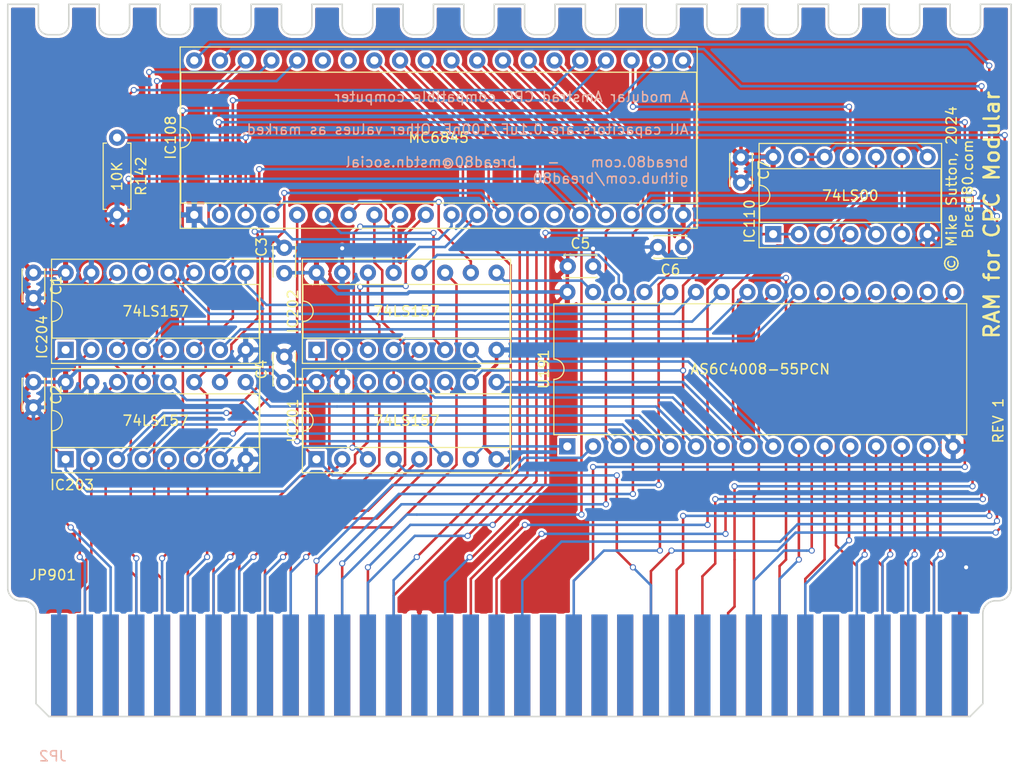
<source format=kicad_pcb>
(kicad_pcb (version 20171130) (host pcbnew "(5.1.12)-1")
  (layers (0 F.Cu signal) (31 B.Cu signal) (34 B.Paste user hide) (35 F.Paste user hide) (36 B.SilkS user) (37 F.SilkS user) (38 B.Mask user hide) (39 F.Mask user hide) (44 Edge.Cuts user))
  (net 0 "")
  (net 1 GND)
  (net 2 +5V)
  (net 3 /CRTC_ADDR_MULTI/HSYNC)
  (net 4 /CRTC_ADDR_MULTI/CURSOR)
  (net 5 RA0)
  (net 6 /CRTC_ADDR_MULTI/DISPEN)
  (net 7 RA1)
  (net 8 MA13)
  (net 9 RA2)
  (net 10 MA12)
  (net 11 "Net-(IC108-Pad35)")
  (net 12 "Net-(IC108-Pad15)")
  (net 13 "Net-(IC108-Pad34)")
  (net 14 "Net-(IC108-Pad14)")
  (net 15 D0)
  (net 16 MA9)
  (net 17 D1)
  (net 18 MA8)
  (net 19 D2)
  (net 20 MA7)
  (net 21 D3)
  (net 22 MA6)
  (net 23 D4)
  (net 24 MA5)
  (net 25 D5)
  (net 26 MA4)
  (net 27 D6)
  (net 28 MA3)
  (net 29 D7)
  (net 30 MA2)
  (net 31 A14)
  (net 32 MA1)
  (net 33 A8)
  (net 34 MA0)
  (net 35 "Net-(IC108-Pad23)")
  (net 36 /CRTC_ADDR_MULTI/~L_PEN)
  (net 37 A9)
  (net 38 /CRTC_ADDR_MULTI/~RESET)
  (net 39 /CRTC_ADDR_MULTI/MA0_CCLK)
  (net 40 "Net-(IC110-Pad10)")
  (net 41 /CRTC_ADDR_MULTI/~RD)
  (net 42 /CRTC_ADDR_MULTI/~IORQ)
  (net 43 /CRTC_ADDR_MULTI/~WR)
  (net 44 RAMA1)
  (net 45 A3)
  (net 46 A1)
  (net 47 RAMA3)
  (net 48 RAMA0)
  (net 49 A2)
  (net 50 A0)
  (net 51 RAMA2)
  (net 52 RAMA5)
  (net 53 A7)
  (net 54 A5)
  (net 55 RAMA7)
  (net 56 RAMA4)
  (net 57 A6)
  (net 58 A4)
  (net 59 RAMA6)
  (net 60 RAMA9)
  (net 61 A11)
  (net 62 RAMA11)
  (net 63 RAMA8)
  (net 64 A10)
  (net 65 RAMA10)
  (net 66 RAMA13)
  (net 67 A13)
  (net 68 RAMA15)
  (net 69 RAMA12)
  (net 70 A12)
  (net 71 RAMA14)
  (net 72 RAMA16)
  (net 73 "Net-(IC110-Pad12)")
  (net 74 /CRTC_ADDR_MULTI/~XCPU_ADDR)
  (net 75 RAMA17)
  (net 76 /CRTC_ADDR_MULTI/~RAMWE)
  (net 77 /CRTC_ADDR_MULTI/~RAMOE)
  (net 78 /CRTC_ADDR_MULTI/~RAMCS)
  (net 79 RAMA18)
  (net 80 /CRTC_ADDR_MULTI/A15OUT)
  (net 81 /CRTC_ADDR_MULTI/A14OUT)
  (net 82 /CRTC_ADDR_MULTI/VSYNC)
  (net 83 "Net-(JP2-Pad36)")
  (net 84 "Net-(JP2-Pad26)")
  (net 85 "Net-(JP2-Pad25)")
  (net 86 "Net-(JP901-Pad22)")
  (net 87 "Net-(JP901-Pad19)")
  (net 88 "Net-(JP901-Pad1)")
  (net 89 RD0)
  (net 90 RD1)
  (net 91 RD2)
  (net 92 RD3)
  (net 93 RD4)
  (net 94 RD5)
  (net 95 RD6)
  (net 96 RD7)
  (net 97 "Net-(JP2-Pad31)")
  (net 98 "Net-(JP2-Pad22)")
  (net 99 "Net-(JP2-Pad17)")
  (net 100 "Net-(JP901-Pad31)")
  (net 101 "Net-(IC110-Pad6)")
  (net 102 "Net-(JP2-Pad27)")
  (net 103 "Net-(JP2-Pad23)")
  (net 104 "Net-(JP2-Pad20)")
  (net 105 "Net-(JP2-Pad18)")
  (net 106 "Net-(JP2-Pad15)")
  (net 107 "Net-(JP901-Pad23)")
  (net 108 "Net-(JP901-Pad20)")
  (net 109 "Net-(JP901-Pad16)")
  (net 110 "Net-(JP901-Pad3)")
  (module CPCModular:Edge36_2.54PS (layer F.Cu) (at 158.75 167.64 90)
    (fp_text reference JP901 (at 10.795 -0.635) (layer F.SilkS))
    (fp_text value CPCM_VideoRAM_EdgeTop)
    (pad 36 smd rect (at 1.8 88.9 90) (size 10 1.6) (layers F.Cu F.Paste F.Mask) (net 1 GND))
    (pad 35 smd rect (at 1.8 86.36 90) (size 10 1.6) (layers F.Cu F.Paste F.Mask) (net 90 RD1))
    (pad 34 smd rect (at 1.8 83.82 90) (size 10 1.6) (layers F.Cu F.Paste F.Mask) (net 92 RD3))
    (pad 33 smd rect (at 1.8 81.28 90) (size 10 1.6) (layers F.Cu F.Paste F.Mask) (net 94 RD5))
    (pad 32 smd rect (at 1.8 78.74 90) (size 10 1.6) (layers F.Cu F.Paste F.Mask) (net 96 RD7))
    (pad 31 smd rect (at 1.8 76.2 90) (size 10 1.6) (layers F.Cu F.Paste F.Mask) (net 100 "Net-(JP901-Pad31)"))
    (pad 30 smd rect (at 1.8 73.66 90) (size 10 1.6) (layers F.Cu F.Paste F.Mask) (net 75 RAMA17))
    (pad 29 smd rect (at 1.8 71.12 90) (size 10 1.6) (layers F.Cu F.Paste F.Mask) (net 76 /CRTC_ADDR_MULTI/~RAMWE))
    (pad 28 smd rect (at 1.8 68.58 90) (size 10 1.6) (layers F.Cu F.Paste F.Mask) (net 77 /CRTC_ADDR_MULTI/~RAMOE))
    (pad 27 smd rect (at 1.8 66.04 90) (size 10 1.6) (layers F.Cu F.Paste F.Mask) (net 6 /CRTC_ADDR_MULTI/DISPEN))
    (pad 26 smd rect (at 1.8 63.5 90) (size 10 1.6) (layers F.Cu F.Paste F.Mask) (net 3 /CRTC_ADDR_MULTI/HSYNC))
    (pad 25 smd rect (at 1.8 60.96 90) (size 10 1.6) (layers F.Cu F.Paste F.Mask) (net 82 /CRTC_ADDR_MULTI/VSYNC))
    (pad 24 smd rect (at 1.8 58.42 90) (size 10 1.6) (layers F.Cu F.Paste F.Mask) (net 36 /CRTC_ADDR_MULTI/~L_PEN))
    (pad 23 smd rect (at 1.8 55.88 90) (size 10 1.6) (layers F.Cu F.Paste F.Mask) (net 107 "Net-(JP901-Pad23)"))
    (pad 22 smd rect (at 1.8 53.34 90) (size 10 1.6) (layers F.Cu F.Paste F.Mask) (net 86 "Net-(JP901-Pad22)"))
    (pad 21 smd rect (at 1.8 50.8 90) (size 10 1.6) (layers F.Cu F.Paste F.Mask) (net 38 /CRTC_ADDR_MULTI/~RESET))
    (pad 20 smd rect (at 1.8 48.26 90) (size 10 1.6) (layers F.Cu F.Paste F.Mask) (net 108 "Net-(JP901-Pad20)"))
    (pad 19 smd rect (at 1.8 45.72 90) (size 10 1.6) (layers F.Cu F.Paste F.Mask) (net 87 "Net-(JP901-Pad19)"))
    (pad 18 smd rect (at 1.8 43.18 90) (size 10 1.6) (layers F.Cu F.Paste F.Mask) (net 43 /CRTC_ADDR_MULTI/~WR))
    (pad 17 smd rect (at 1.8 40.64 90) (size 10 1.6) (layers F.Cu F.Paste F.Mask) (net 42 /CRTC_ADDR_MULTI/~IORQ))
    (pad 16 smd rect (at 1.8 38.1 90) (size 10 1.6) (layers F.Cu F.Paste F.Mask) (net 109 "Net-(JP901-Pad16)"))
    (pad 15 smd rect (at 1.8 35.56 90) (size 10 1.6) (layers F.Cu F.Paste F.Mask) (net 2 +5V))
    (pad 14 smd rect (at 1.8 33.02 90) (size 10 1.6) (layers F.Cu F.Paste F.Mask) (net 17 D1))
    (pad 13 smd rect (at 1.8 30.48 90) (size 10 1.6) (layers F.Cu F.Paste F.Mask) (net 21 D3))
    (pad 12 smd rect (at 1.8 27.94 90) (size 10 1.6) (layers F.Cu F.Paste F.Mask) (net 25 D5))
    (pad 11 smd rect (at 1.8 25.4 90) (size 10 1.6) (layers F.Cu F.Paste F.Mask) (net 29 D7))
    (pad 10 smd rect (at 1.8 22.86 90) (size 10 1.6) (layers F.Cu F.Paste F.Mask) (net 46 A1))
    (pad 9 smd rect (at 1.8 20.32 90) (size 10 1.6) (layers F.Cu F.Paste F.Mask) (net 45 A3))
    (pad 8 smd rect (at 1.8 17.78 90) (size 10 1.6) (layers F.Cu F.Paste F.Mask) (net 54 A5))
    (pad 7 smd rect (at 1.8 15.24 90) (size 10 1.6) (layers F.Cu F.Paste F.Mask) (net 53 A7))
    (pad 6 smd rect (at 1.8 12.7 90) (size 10 1.6) (layers F.Cu F.Paste F.Mask) (net 37 A9))
    (pad 5 smd rect (at 1.8 10.16 90) (size 10 1.6) (layers F.Cu F.Paste F.Mask) (net 61 A11))
    (pad 4 smd rect (at 1.8 7.62 90) (size 10 1.6) (layers F.Cu F.Paste F.Mask) (net 67 A13))
    (pad 3 smd rect (at 1.8 5.08 90) (size 10 1.6) (layers F.Cu F.Paste F.Mask) (net 110 "Net-(JP901-Pad3)"))
    (pad 2 smd rect (at 1.8 2.54 90) (size 10 1.6) (layers F.Cu F.Paste F.Mask) (net 80 /CRTC_ADDR_MULTI/A15OUT))
    (pad 1 smd rect (at 1.8 0 90) (size 10 1.6) (layers F.Cu F.Paste F.Mask) (net 88 "Net-(JP901-Pad1)"))
  )
  (module CPCModular:Edge36_2.54PS (layer B.Cu) (at 158.75 163.935 270)
    (fp_text reference JP2 (at 10.795 0.635 180) (layer B.SilkS) (effects (justify mirror)))
    (fp_text value CPCM_VideoRAM_EdgeBottom)
    (pad 36 smd rect (at 1.8 -88.9 270) (size 10 1.6) (layers B.Cu B.Paste B.Mask) (net 83 "Net-(JP2-Pad36)"))
    (pad 35 smd rect (at 1.8 -86.36 270) (size 10 1.6) (layers B.Cu B.Paste B.Mask) (net 89 RD0))
    (pad 34 smd rect (at 1.8 -83.82 270) (size 10 1.6) (layers B.Cu B.Paste B.Mask) (net 91 RD2))
    (pad 33 smd rect (at 1.8 -81.28 270) (size 10 1.6) (layers B.Cu B.Paste B.Mask) (net 93 RD4))
    (pad 32 smd rect (at 1.8 -78.74 270) (size 10 1.6) (layers B.Cu B.Paste B.Mask) (net 95 RD6))
    (pad 31 smd rect (at 1.8 -76.2 270) (size 10 1.6) (layers B.Cu B.Paste B.Mask) (net 97 "Net-(JP2-Pad31)"))
    (pad 30 smd rect (at 1.8 -73.66 270) (size 10 1.6) (layers B.Cu B.Paste B.Mask) (net 72 RAMA16))
    (pad 29 smd rect (at 1.8 -71.12 270) (size 10 1.6) (layers B.Cu B.Paste B.Mask) (net 79 RAMA18))
    (pad 28 smd rect (at 1.8 -68.58 270) (size 10 1.6) (layers B.Cu B.Paste B.Mask) (net 78 /CRTC_ADDR_MULTI/~RAMCS))
    (pad 27 smd rect (at 1.8 -66.04 270) (size 10 1.6) (layers B.Cu B.Paste B.Mask) (net 102 "Net-(JP2-Pad27)"))
    (pad 26 smd rect (at 1.8 -63.5 270) (size 10 1.6) (layers B.Cu B.Paste B.Mask) (net 84 "Net-(JP2-Pad26)"))
    (pad 25 smd rect (at 1.8 -60.96 270) (size 10 1.6) (layers B.Cu B.Paste B.Mask) (net 85 "Net-(JP2-Pad25)"))
    (pad 24 smd rect (at 1.8 -58.42 270) (size 10 1.6) (layers B.Cu B.Paste B.Mask) (net 74 /CRTC_ADDR_MULTI/~XCPU_ADDR))
    (pad 23 smd rect (at 1.8 -55.88 270) (size 10 1.6) (layers B.Cu B.Paste B.Mask) (net 103 "Net-(JP2-Pad23)"))
    (pad 22 smd rect (at 1.8 -53.34 270) (size 10 1.6) (layers B.Cu B.Paste B.Mask) (net 98 "Net-(JP2-Pad22)"))
    (pad 21 smd rect (at 1.8 -50.8 270) (size 10 1.6) (layers B.Cu B.Paste B.Mask) (net 39 /CRTC_ADDR_MULTI/MA0_CCLK))
    (pad 20 smd rect (at 1.8 -48.26 270) (size 10 1.6) (layers B.Cu B.Paste B.Mask) (net 104 "Net-(JP2-Pad20)"))
    (pad 19 smd rect (at 1.8 -45.72 270) (size 10 1.6) (layers B.Cu B.Paste B.Mask) (net 4 /CRTC_ADDR_MULTI/CURSOR))
    (pad 18 smd rect (at 1.8 -43.18 270) (size 10 1.6) (layers B.Cu B.Paste B.Mask) (net 105 "Net-(JP2-Pad18)"))
    (pad 17 smd rect (at 1.8 -40.64 270) (size 10 1.6) (layers B.Cu B.Paste B.Mask) (net 99 "Net-(JP2-Pad17)"))
    (pad 16 smd rect (at 1.8 -38.1 270) (size 10 1.6) (layers B.Cu B.Paste B.Mask) (net 41 /CRTC_ADDR_MULTI/~RD))
    (pad 15 smd rect (at 1.8 -35.56 270) (size 10 1.6) (layers B.Cu B.Paste B.Mask) (net 106 "Net-(JP2-Pad15)"))
    (pad 14 smd rect (at 1.8 -33.02 270) (size 10 1.6) (layers B.Cu B.Paste B.Mask) (net 15 D0))
    (pad 13 smd rect (at 1.8 -30.48 270) (size 10 1.6) (layers B.Cu B.Paste B.Mask) (net 19 D2))
    (pad 12 smd rect (at 1.8 -27.94 270) (size 10 1.6) (layers B.Cu B.Paste B.Mask) (net 23 D4))
    (pad 11 smd rect (at 1.8 -25.4 270) (size 10 1.6) (layers B.Cu B.Paste B.Mask) (net 27 D6))
    (pad 10 smd rect (at 1.8 -22.86 270) (size 10 1.6) (layers B.Cu B.Paste B.Mask) (net 50 A0))
    (pad 9 smd rect (at 1.8 -20.32 270) (size 10 1.6) (layers B.Cu B.Paste B.Mask) (net 49 A2))
    (pad 8 smd rect (at 1.8 -17.78 270) (size 10 1.6) (layers B.Cu B.Paste B.Mask) (net 58 A4))
    (pad 7 smd rect (at 1.8 -15.24 270) (size 10 1.6) (layers B.Cu B.Paste B.Mask) (net 57 A6))
    (pad 6 smd rect (at 1.8 -12.7 270) (size 10 1.6) (layers B.Cu B.Paste B.Mask) (net 33 A8))
    (pad 5 smd rect (at 1.8 -10.16 270) (size 10 1.6) (layers B.Cu B.Paste B.Mask) (net 64 A10))
    (pad 4 smd rect (at 1.8 -7.62 270) (size 10 1.6) (layers B.Cu B.Paste B.Mask) (net 70 A12))
    (pad 3 smd rect (at 1.8 -5.08 270) (size 10 1.6) (layers B.Cu B.Paste B.Mask) (net 31 A14))
    (pad 2 smd rect (at 1.8 -2.54 270) (size 10 1.6) (layers B.Cu B.Paste B.Mask) (net 81 /CRTC_ADDR_MULTI/A14OUT))
    (pad 1 smd rect (at 1.8 0 270) (size 10 1.6) (layers B.Cu B.Paste B.Mask) (net 1 GND))
  )
  (module Package_DIP:DIP-16_W7.62mm_Socket (layer F.Cu) (at 159.385 145.415 90)
    (fp_text reference IC203 (at -2.54 0.635 180) (layer F.SilkS))
    (fp_text value 74LS157 (at 3.81 8.89 180) (layer F.SilkS))
    (pad 16 thru_hole oval (at 7.62 0 90) (size 1.6 1.6) (drill 0.8) (layers *.Cu *.Mask) (net 2 +5V))
    (pad 8 thru_hole oval (at 0 17.78 90) (size 1.6 1.6) (drill 0.8) (layers *.Cu *.Mask) (net 1 GND))
    (pad 15 thru_hole oval (at 7.62 2.54 90) (size 1.6 1.6) (drill 0.8) (layers *.Cu *.Mask) (net 1 GND))
    (pad 7 thru_hole oval (at 0 15.24 90) (size 1.6 1.6) (drill 0.8) (layers *.Cu *.Mask) (net 65 RAMA10))
    (pad 14 thru_hole oval (at 7.62 5.08 90) (size 1.6 1.6) (drill 0.8) (layers *.Cu *.Mask) (net 67 A13))
    (pad 6 thru_hole oval (at 0 12.7 90) (size 1.6 1.6) (drill 0.8) (layers *.Cu *.Mask) (net 16 MA9))
    (pad 13 thru_hole oval (at 7.62 7.62 90) (size 1.6 1.6) (drill 0.8) (layers *.Cu *.Mask) (net 9 RA2))
    (pad 5 thru_hole oval (at 0 10.16 90) (size 1.6 1.6) (drill 0.8) (layers *.Cu *.Mask) (net 64 A10))
    (pad 12 thru_hole oval (at 7.62 10.16 90) (size 1.6 1.6) (drill 0.8) (layers *.Cu *.Mask) (net 66 RAMA13))
    (pad 4 thru_hole oval (at 0 7.62 90) (size 1.6 1.6) (drill 0.8) (layers *.Cu *.Mask) (net 68 RAMA15))
    (pad 11 thru_hole oval (at 7.62 12.7 90) (size 1.6 1.6) (drill 0.8) (layers *.Cu *.Mask) (net 33 A8))
    (pad 3 thru_hole oval (at 0 5.08 90) (size 1.6 1.6) (drill 0.8) (layers *.Cu *.Mask) (net 8 MA13))
    (pad 10 thru_hole oval (at 7.62 15.24 90) (size 1.6 1.6) (drill 0.8) (layers *.Cu *.Mask) (net 20 MA7))
    (pad 2 thru_hole oval (at 0 2.54 90) (size 1.6 1.6) (drill 0.8) (layers *.Cu *.Mask) (net 80 /CRTC_ADDR_MULTI/A15OUT))
    (pad 9 thru_hole oval (at 7.62 17.78 90) (size 1.6 1.6) (drill 0.8) (layers *.Cu *.Mask) (net 63 RAMA8))
    (pad 1 thru_hole rect (at 0 0 90) (size 1.6 1.6) (drill 0.8) (layers *.Cu *.Mask) (net 74 /CRTC_ADDR_MULTI/~XCPU_ADDR))
  )
  (module Package_DIP:DIP-32_W15.24mm (layer F.Cu) (at 208.915 144.145 90)
    (fp_text reference U191 (at 7.62 -2.33 90) (layer F.SilkS))
    (fp_text value AS6C4008-55PCN (at 7.62 19.05 180) (layer F.SilkS))
    (pad 32 thru_hole oval (at 15.24 0 90) (size 1.6 1.6) (drill 0.8) (layers *.Cu *.Mask) (net 2 +5V))
    (pad 16 thru_hole oval (at 0 38.1 90) (size 1.6 1.6) (drill 0.8) (layers *.Cu *.Mask) (net 1 GND))
    (pad 31 thru_hole oval (at 15.24 2.54 90) (size 1.6 1.6) (drill 0.8) (layers *.Cu *.Mask) (net 44 RAMA1))
    (pad 15 thru_hole oval (at 0 35.56 90) (size 1.6 1.6) (drill 0.8) (layers *.Cu *.Mask) (net 90 RD1))
    (pad 30 thru_hole oval (at 15.24 5.08 90) (size 1.6 1.6) (drill 0.8) (layers *.Cu *.Mask) (net 56 RAMA4))
    (pad 14 thru_hole oval (at 0 33.02 90) (size 1.6 1.6) (drill 0.8) (layers *.Cu *.Mask) (net 92 RD3))
    (pad 29 thru_hole oval (at 15.24 7.62 90) (size 1.6 1.6) (drill 0.8) (layers *.Cu *.Mask) (net 76 /CRTC_ADDR_MULTI/~RAMWE))
    (pad 13 thru_hole oval (at 0 30.48 90) (size 1.6 1.6) (drill 0.8) (layers *.Cu *.Mask) (net 94 RD5))
    (pad 28 thru_hole oval (at 15.24 10.16 90) (size 1.6 1.6) (drill 0.8) (layers *.Cu *.Mask) (net 60 RAMA9))
    (pad 12 thru_hole oval (at 0 27.94 90) (size 1.6 1.6) (drill 0.8) (layers *.Cu *.Mask) (net 72 RAMA16))
    (pad 27 thru_hole oval (at 15.24 12.7 90) (size 1.6 1.6) (drill 0.8) (layers *.Cu *.Mask) (net 69 RAMA12))
    (pad 11 thru_hole oval (at 0 25.4 90) (size 1.6 1.6) (drill 0.8) (layers *.Cu *.Mask) (net 75 RAMA17))
    (pad 26 thru_hole oval (at 15.24 15.24 90) (size 1.6 1.6) (drill 0.8) (layers *.Cu *.Mask) (net 71 RAMA14))
    (pad 10 thru_hole oval (at 0 22.86 90) (size 1.6 1.6) (drill 0.8) (layers *.Cu *.Mask) (net 79 RAMA18))
    (pad 25 thru_hole oval (at 15.24 17.78 90) (size 1.6 1.6) (drill 0.8) (layers *.Cu *.Mask) (net 62 RAMA11))
    (pad 9 thru_hole oval (at 0 20.32 90) (size 1.6 1.6) (drill 0.8) (layers *.Cu *.Mask) (net 47 RAMA3))
    (pad 24 thru_hole oval (at 15.24 20.32 90) (size 1.6 1.6) (drill 0.8) (layers *.Cu *.Mask) (net 77 /CRTC_ADDR_MULTI/~RAMOE))
    (pad 8 thru_hole oval (at 0 17.78 90) (size 1.6 1.6) (drill 0.8) (layers *.Cu *.Mask) (net 48 RAMA0))
    (pad 23 thru_hole oval (at 15.24 22.86 90) (size 1.6 1.6) (drill 0.8) (layers *.Cu *.Mask) (net 55 RAMA7))
    (pad 7 thru_hole oval (at 0 15.24 90) (size 1.6 1.6) (drill 0.8) (layers *.Cu *.Mask) (net 52 RAMA5))
    (pad 22 thru_hole oval (at 15.24 25.4 90) (size 1.6 1.6) (drill 0.8) (layers *.Cu *.Mask) (net 78 /CRTC_ADDR_MULTI/~RAMCS))
    (pad 6 thru_hole oval (at 0 12.7 90) (size 1.6 1.6) (drill 0.8) (layers *.Cu *.Mask) (net 63 RAMA8))
    (pad 21 thru_hole oval (at 15.24 27.94 90) (size 1.6 1.6) (drill 0.8) (layers *.Cu *.Mask) (net 96 RD7))
    (pad 5 thru_hole oval (at 0 10.16 90) (size 1.6 1.6) (drill 0.8) (layers *.Cu *.Mask) (net 66 RAMA13))
    (pad 20 thru_hole oval (at 15.24 30.48 90) (size 1.6 1.6) (drill 0.8) (layers *.Cu *.Mask) (net 95 RD6))
    (pad 4 thru_hole oval (at 0 7.62 90) (size 1.6 1.6) (drill 0.8) (layers *.Cu *.Mask) (net 68 RAMA15))
    (pad 19 thru_hole oval (at 15.24 33.02 90) (size 1.6 1.6) (drill 0.8) (layers *.Cu *.Mask) (net 93 RD4))
    (pad 3 thru_hole oval (at 0 5.08 90) (size 1.6 1.6) (drill 0.8) (layers *.Cu *.Mask) (net 65 RAMA10))
    (pad 18 thru_hole oval (at 15.24 35.56 90) (size 1.6 1.6) (drill 0.8) (layers *.Cu *.Mask) (net 91 RD2))
    (pad 2 thru_hole oval (at 0 2.54 90) (size 1.6 1.6) (drill 0.8) (layers *.Cu *.Mask) (net 59 RAMA6))
    (pad 17 thru_hole oval (at 15.24 38.1 90) (size 1.6 1.6) (drill 0.8) (layers *.Cu *.Mask) (net 89 RD0))
    (pad 1 thru_hole rect (at 0 0 90) (size 1.6 1.6) (drill 0.8) (layers *.Cu *.Mask) (net 51 RAMA2))
  )
  (module Package_DIP:DIP-14_W7.62mm_Socket (layer F.Cu) (at 229.235 123.19 90)
    (fp_text reference IC110 (at 1.27 -2.33 90) (layer F.SilkS))
    (fp_text value 74LS00 (at 3.81 7.62 180) (layer F.SilkS))
    (pad 14 thru_hole oval (at 7.62 0 90) (size 1.6 1.6) (drill 0.8) (layers *.Cu *.Mask) (net 2 +5V))
    (pad 7 thru_hole oval (at 0 15.24 90) (size 1.6 1.6) (drill 0.8) (layers *.Cu *.Mask) (net 1 GND))
    (pad 13 thru_hole oval (at 7.62 2.54 90) (size 1.6 1.6) (drill 0.8) (layers *.Cu *.Mask) (net 73 "Net-(IC110-Pad12)"))
    (pad 6 thru_hole oval (at 0 12.7 90) (size 1.6 1.6) (drill 0.8) (layers *.Cu *.Mask) (net 101 "Net-(IC110-Pad6)"))
    (pad 12 thru_hole oval (at 7.62 5.08 90) (size 1.6 1.6) (drill 0.8) (layers *.Cu *.Mask) (net 73 "Net-(IC110-Pad12)"))
    (pad 5 thru_hole oval (at 0 10.16 90) (size 1.6 1.6) (drill 0.8) (layers *.Cu *.Mask) (net 41 /CRTC_ADDR_MULTI/~RD))
    (pad 11 thru_hole oval (at 7.62 7.62 90) (size 1.6 1.6) (drill 0.8) (layers *.Cu *.Mask) (net 35 "Net-(IC108-Pad23)"))
    (pad 4 thru_hole oval (at 0 7.62 90) (size 1.6 1.6) (drill 0.8) (layers *.Cu *.Mask) (net 43 /CRTC_ADDR_MULTI/~WR))
    (pad 10 thru_hole oval (at 7.62 10.16 90) (size 1.6 1.6) (drill 0.8) (layers *.Cu *.Mask) (net 40 "Net-(IC110-Pad10)"))
    (pad 3 thru_hole oval (at 0 5.08 90) (size 1.6 1.6) (drill 0.8) (layers *.Cu *.Mask) (net 40 "Net-(IC110-Pad10)"))
    (pad 9 thru_hole oval (at 7.62 12.7 90) (size 1.6 1.6) (drill 0.8) (layers *.Cu *.Mask) (net 101 "Net-(IC110-Pad6)"))
    (pad 2 thru_hole oval (at 0 2.54 90) (size 1.6 1.6) (drill 0.8) (layers *.Cu *.Mask) (net 42 /CRTC_ADDR_MULTI/~IORQ))
    (pad 8 thru_hole oval (at 7.62 15.24 90) (size 1.6 1.6) (drill 0.8) (layers *.Cu *.Mask) (net 73 "Net-(IC110-Pad12)"))
    (pad 1 thru_hole rect (at 0 0 90) (size 1.6 1.6) (drill 0.8) (layers *.Cu *.Mask) (net 42 /CRTC_ADDR_MULTI/~IORQ))
  )
  (module Resistor_THT:R_Axial_DIN0207_L6.3mm_D2.5mm_P7.62mm_Horizontal (layer F.Cu) (at 164.465 113.665 270)
    (fp_text reference R142 (at 3.81 -2.37 90) (layer F.SilkS))
    (fp_text value 10K (at 3.81 0 90) (layer F.SilkS))
    (pad 2 thru_hole oval (at 7.62 0 270) (size 1.6 1.6) (drill 0.8) (layers *.Cu *.Mask) (net 1 GND))
    (pad 1 thru_hole circle (at 0 0 270) (size 1.6 1.6) (drill 0.8) (layers *.Cu *.Mask) (net 36 /CRTC_ADDR_MULTI/~L_PEN))
  )
  (module Package_DIP:DIP-16_W7.62mm_Socket (layer F.Cu) (at 159.385 134.62 90)
    (fp_text reference IC204 (at 1.27 -2.33 90) (layer F.SilkS))
    (fp_text value 74LS157 (at 3.81 8.89 180) (layer F.SilkS))
    (pad 16 thru_hole oval (at 7.62 0 90) (size 1.6 1.6) (drill 0.8) (layers *.Cu *.Mask) (net 2 +5V))
    (pad 8 thru_hole oval (at 0 17.78 90) (size 1.6 1.6) (drill 0.8) (layers *.Cu *.Mask) (net 1 GND))
    (pad 15 thru_hole oval (at 7.62 2.54 90) (size 1.6 1.6) (drill 0.8) (layers *.Cu *.Mask) (net 1 GND))
    (pad 7 thru_hole oval (at 0 15.24 90) (size 1.6 1.6) (drill 0.8) (layers *.Cu *.Mask) (net 62 RAMA11))
    (pad 14 thru_hole oval (at 7.62 5.08 90) (size 1.6 1.6) (drill 0.8) (layers *.Cu *.Mask) (net 70 A12))
    (pad 6 thru_hole oval (at 0 12.7 90) (size 1.6 1.6) (drill 0.8) (layers *.Cu *.Mask) (net 5 RA0))
    (pad 13 thru_hole oval (at 7.62 7.62 90) (size 1.6 1.6) (drill 0.8) (layers *.Cu *.Mask) (net 7 RA1))
    (pad 5 thru_hole oval (at 0 10.16 90) (size 1.6 1.6) (drill 0.8) (layers *.Cu *.Mask) (net 61 A11))
    (pad 12 thru_hole oval (at 7.62 10.16 90) (size 1.6 1.6) (drill 0.8) (layers *.Cu *.Mask) (net 69 RAMA12))
    (pad 4 thru_hole oval (at 0 7.62 90) (size 1.6 1.6) (drill 0.8) (layers *.Cu *.Mask) (net 71 RAMA14))
    (pad 11 thru_hole oval (at 7.62 12.7 90) (size 1.6 1.6) (drill 0.8) (layers *.Cu *.Mask) (net 37 A9))
    (pad 3 thru_hole oval (at 0 5.08 90) (size 1.6 1.6) (drill 0.8) (layers *.Cu *.Mask) (net 10 MA12))
    (pad 10 thru_hole oval (at 7.62 15.24 90) (size 1.6 1.6) (drill 0.8) (layers *.Cu *.Mask) (net 18 MA8))
    (pad 2 thru_hole oval (at 0 2.54 90) (size 1.6 1.6) (drill 0.8) (layers *.Cu *.Mask) (net 81 /CRTC_ADDR_MULTI/A14OUT))
    (pad 9 thru_hole oval (at 7.62 17.78 90) (size 1.6 1.6) (drill 0.8) (layers *.Cu *.Mask) (net 60 RAMA9))
    (pad 1 thru_hole rect (at 0 0 90) (size 1.6 1.6) (drill 0.8) (layers *.Cu *.Mask) (net 74 /CRTC_ADDR_MULTI/~XCPU_ADDR))
  )
  (module Package_DIP:DIP-16_W7.62mm_Socket (layer F.Cu) (at 184.15 134.62 90)
    (fp_text reference IC202 (at 3.81 -2.33 90) (layer F.SilkS))
    (fp_text value 74LS157 (at 3.81 8.89 180) (layer F.SilkS))
    (pad 16 thru_hole oval (at 7.62 0 90) (size 1.6 1.6) (drill 0.8) (layers *.Cu *.Mask) (net 2 +5V))
    (pad 8 thru_hole oval (at 0 17.78 90) (size 1.6 1.6) (drill 0.8) (layers *.Cu *.Mask) (net 1 GND))
    (pad 15 thru_hole oval (at 7.62 2.54 90) (size 1.6 1.6) (drill 0.8) (layers *.Cu *.Mask) (net 1 GND))
    (pad 7 thru_hole oval (at 0 15.24 90) (size 1.6 1.6) (drill 0.8) (layers *.Cu *.Mask) (net 47 RAMA3))
    (pad 14 thru_hole oval (at 7.62 5.08 90) (size 1.6 1.6) (drill 0.8) (layers *.Cu *.Mask) (net 58 A4))
    (pad 6 thru_hole oval (at 0 12.7 90) (size 1.6 1.6) (drill 0.8) (layers *.Cu *.Mask) (net 30 MA2))
    (pad 13 thru_hole oval (at 7.62 7.62 90) (size 1.6 1.6) (drill 0.8) (layers *.Cu *.Mask) (net 28 MA3))
    (pad 5 thru_hole oval (at 0 10.16 90) (size 1.6 1.6) (drill 0.8) (layers *.Cu *.Mask) (net 45 A3))
    (pad 12 thru_hole oval (at 7.62 10.16 90) (size 1.6 1.6) (drill 0.8) (layers *.Cu *.Mask) (net 56 RAMA4))
    (pad 4 thru_hole oval (at 0 7.62 90) (size 1.6 1.6) (drill 0.8) (layers *.Cu *.Mask) (net 55 RAMA7))
    (pad 11 thru_hole oval (at 7.62 12.7 90) (size 1.6 1.6) (drill 0.8) (layers *.Cu *.Mask) (net 46 A1))
    (pad 3 thru_hole oval (at 0 5.08 90) (size 1.6 1.6) (drill 0.8) (layers *.Cu *.Mask) (net 22 MA6))
    (pad 10 thru_hole oval (at 7.62 15.24 90) (size 1.6 1.6) (drill 0.8) (layers *.Cu *.Mask) (net 34 MA0))
    (pad 2 thru_hole oval (at 0 2.54 90) (size 1.6 1.6) (drill 0.8) (layers *.Cu *.Mask) (net 53 A7))
    (pad 9 thru_hole oval (at 7.62 17.78 90) (size 1.6 1.6) (drill 0.8) (layers *.Cu *.Mask) (net 44 RAMA1))
    (pad 1 thru_hole rect (at 0 0 90) (size 1.6 1.6) (drill 0.8) (layers *.Cu *.Mask) (net 74 /CRTC_ADDR_MULTI/~XCPU_ADDR))
  )
  (module Package_DIP:DIP-16_W7.62mm_Socket (layer F.Cu) (at 184.15 145.415 90)
    (fp_text reference IC201 (at 3.81 -2.33 90) (layer F.SilkS))
    (fp_text value 74LS157 (at 3.81 8.89 180) (layer F.SilkS))
    (pad 16 thru_hole oval (at 7.62 0 90) (size 1.6 1.6) (drill 0.8) (layers *.Cu *.Mask) (net 2 +5V))
    (pad 8 thru_hole oval (at 0 17.78 90) (size 1.6 1.6) (drill 0.8) (layers *.Cu *.Mask) (net 1 GND))
    (pad 15 thru_hole oval (at 7.62 2.54 90) (size 1.6 1.6) (drill 0.8) (layers *.Cu *.Mask) (net 1 GND))
    (pad 7 thru_hole oval (at 0 15.24 90) (size 1.6 1.6) (drill 0.8) (layers *.Cu *.Mask) (net 51 RAMA2))
    (pad 14 thru_hole oval (at 7.62 5.08 90) (size 1.6 1.6) (drill 0.8) (layers *.Cu *.Mask) (net 54 A5))
    (pad 6 thru_hole oval (at 0 12.7 90) (size 1.6 1.6) (drill 0.8) (layers *.Cu *.Mask) (net 32 MA1))
    (pad 13 thru_hole oval (at 7.62 7.62 90) (size 1.6 1.6) (drill 0.8) (layers *.Cu *.Mask) (net 26 MA4))
    (pad 5 thru_hole oval (at 0 10.16 90) (size 1.6 1.6) (drill 0.8) (layers *.Cu *.Mask) (net 49 A2))
    (pad 12 thru_hole oval (at 7.62 10.16 90) (size 1.6 1.6) (drill 0.8) (layers *.Cu *.Mask) (net 52 RAMA5))
    (pad 4 thru_hole oval (at 0 7.62 90) (size 1.6 1.6) (drill 0.8) (layers *.Cu *.Mask) (net 59 RAMA6))
    (pad 11 thru_hole oval (at 7.62 12.7 90) (size 1.6 1.6) (drill 0.8) (layers *.Cu *.Mask) (net 50 A0))
    (pad 3 thru_hole oval (at 0 5.08 90) (size 1.6 1.6) (drill 0.8) (layers *.Cu *.Mask) (net 24 MA5))
    (pad 10 thru_hole oval (at 7.62 15.24 90) (size 1.6 1.6) (drill 0.8) (layers *.Cu *.Mask) (net 39 /CRTC_ADDR_MULTI/MA0_CCLK))
    (pad 2 thru_hole oval (at 0 2.54 90) (size 1.6 1.6) (drill 0.8) (layers *.Cu *.Mask) (net 57 A6))
    (pad 9 thru_hole oval (at 7.62 17.78 90) (size 1.6 1.6) (drill 0.8) (layers *.Cu *.Mask) (net 48 RAMA0))
    (pad 1 thru_hole rect (at 0 0 90) (size 1.6 1.6) (drill 0.8) (layers *.Cu *.Mask) (net 74 /CRTC_ADDR_MULTI/~XCPU_ADDR))
  )
  (module Package_DIP:DIP-40_W15.24mm_Socket (layer F.Cu) (at 172.085 121.285 90)
    (fp_text reference IC108 (at 7.62 -2.33 90) (layer F.SilkS))
    (fp_text value MC6845 (at 7.62 24.13 180) (layer F.SilkS))
    (pad 40 thru_hole oval (at 15.24 0 90) (size 1.6 1.6) (drill 0.8) (layers *.Cu *.Mask) (net 82 /CRTC_ADDR_MULTI/VSYNC))
    (pad 20 thru_hole oval (at 0 48.26 90) (size 1.6 1.6) (drill 0.8) (layers *.Cu *.Mask) (net 2 +5V))
    (pad 39 thru_hole oval (at 15.24 2.54 90) (size 1.6 1.6) (drill 0.8) (layers *.Cu *.Mask) (net 3 /CRTC_ADDR_MULTI/HSYNC))
    (pad 19 thru_hole oval (at 0 45.72 90) (size 1.6 1.6) (drill 0.8) (layers *.Cu *.Mask) (net 4 /CRTC_ADDR_MULTI/CURSOR))
    (pad 38 thru_hole oval (at 15.24 5.08 90) (size 1.6 1.6) (drill 0.8) (layers *.Cu *.Mask) (net 5 RA0))
    (pad 18 thru_hole oval (at 0 43.18 90) (size 1.6 1.6) (drill 0.8) (layers *.Cu *.Mask) (net 6 /CRTC_ADDR_MULTI/DISPEN))
    (pad 37 thru_hole oval (at 15.24 7.62 90) (size 1.6 1.6) (drill 0.8) (layers *.Cu *.Mask) (net 7 RA1))
    (pad 17 thru_hole oval (at 0 40.64 90) (size 1.6 1.6) (drill 0.8) (layers *.Cu *.Mask) (net 8 MA13))
    (pad 36 thru_hole oval (at 15.24 10.16 90) (size 1.6 1.6) (drill 0.8) (layers *.Cu *.Mask) (net 9 RA2))
    (pad 16 thru_hole oval (at 0 38.1 90) (size 1.6 1.6) (drill 0.8) (layers *.Cu *.Mask) (net 10 MA12))
    (pad 35 thru_hole oval (at 15.24 12.7 90) (size 1.6 1.6) (drill 0.8) (layers *.Cu *.Mask) (net 11 "Net-(IC108-Pad35)"))
    (pad 15 thru_hole oval (at 0 35.56 90) (size 1.6 1.6) (drill 0.8) (layers *.Cu *.Mask) (net 12 "Net-(IC108-Pad15)"))
    (pad 34 thru_hole oval (at 15.24 15.24 90) (size 1.6 1.6) (drill 0.8) (layers *.Cu *.Mask) (net 13 "Net-(IC108-Pad34)"))
    (pad 14 thru_hole oval (at 0 33.02 90) (size 1.6 1.6) (drill 0.8) (layers *.Cu *.Mask) (net 14 "Net-(IC108-Pad14)"))
    (pad 33 thru_hole oval (at 15.24 17.78 90) (size 1.6 1.6) (drill 0.8) (layers *.Cu *.Mask) (net 15 D0))
    (pad 13 thru_hole oval (at 0 30.48 90) (size 1.6 1.6) (drill 0.8) (layers *.Cu *.Mask) (net 16 MA9))
    (pad 32 thru_hole oval (at 15.24 20.32 90) (size 1.6 1.6) (drill 0.8) (layers *.Cu *.Mask) (net 17 D1))
    (pad 12 thru_hole oval (at 0 27.94 90) (size 1.6 1.6) (drill 0.8) (layers *.Cu *.Mask) (net 18 MA8))
    (pad 31 thru_hole oval (at 15.24 22.86 90) (size 1.6 1.6) (drill 0.8) (layers *.Cu *.Mask) (net 19 D2))
    (pad 11 thru_hole oval (at 0 25.4 90) (size 1.6 1.6) (drill 0.8) (layers *.Cu *.Mask) (net 20 MA7))
    (pad 30 thru_hole oval (at 15.24 25.4 90) (size 1.6 1.6) (drill 0.8) (layers *.Cu *.Mask) (net 21 D3))
    (pad 10 thru_hole oval (at 0 22.86 90) (size 1.6 1.6) (drill 0.8) (layers *.Cu *.Mask) (net 22 MA6))
    (pad 29 thru_hole oval (at 15.24 27.94 90) (size 1.6 1.6) (drill 0.8) (layers *.Cu *.Mask) (net 23 D4))
    (pad 9 thru_hole oval (at 0 20.32 90) (size 1.6 1.6) (drill 0.8) (layers *.Cu *.Mask) (net 24 MA5))
    (pad 28 thru_hole oval (at 15.24 30.48 90) (size 1.6 1.6) (drill 0.8) (layers *.Cu *.Mask) (net 25 D5))
    (pad 8 thru_hole oval (at 0 17.78 90) (size 1.6 1.6) (drill 0.8) (layers *.Cu *.Mask) (net 26 MA4))
    (pad 27 thru_hole oval (at 15.24 33.02 90) (size 1.6 1.6) (drill 0.8) (layers *.Cu *.Mask) (net 27 D6))
    (pad 7 thru_hole oval (at 0 15.24 90) (size 1.6 1.6) (drill 0.8) (layers *.Cu *.Mask) (net 28 MA3))
    (pad 26 thru_hole oval (at 15.24 35.56 90) (size 1.6 1.6) (drill 0.8) (layers *.Cu *.Mask) (net 29 D7))
    (pad 6 thru_hole oval (at 0 12.7 90) (size 1.6 1.6) (drill 0.8) (layers *.Cu *.Mask) (net 30 MA2))
    (pad 25 thru_hole oval (at 15.24 38.1 90) (size 1.6 1.6) (drill 0.8) (layers *.Cu *.Mask) (net 31 A14))
    (pad 5 thru_hole oval (at 0 10.16 90) (size 1.6 1.6) (drill 0.8) (layers *.Cu *.Mask) (net 32 MA1))
    (pad 24 thru_hole oval (at 15.24 40.64 90) (size 1.6 1.6) (drill 0.8) (layers *.Cu *.Mask) (net 33 A8))
    (pad 4 thru_hole oval (at 0 7.62 90) (size 1.6 1.6) (drill 0.8) (layers *.Cu *.Mask) (net 34 MA0))
    (pad 23 thru_hole oval (at 15.24 43.18 90) (size 1.6 1.6) (drill 0.8) (layers *.Cu *.Mask) (net 35 "Net-(IC108-Pad23)"))
    (pad 3 thru_hole oval (at 0 5.08 90) (size 1.6 1.6) (drill 0.8) (layers *.Cu *.Mask) (net 36 /CRTC_ADDR_MULTI/~L_PEN))
    (pad 22 thru_hole oval (at 15.24 45.72 90) (size 1.6 1.6) (drill 0.8) (layers *.Cu *.Mask) (net 37 A9))
    (pad 2 thru_hole oval (at 0 2.54 90) (size 1.6 1.6) (drill 0.8) (layers *.Cu *.Mask) (net 38 /CRTC_ADDR_MULTI/~RESET))
    (pad 21 thru_hole oval (at 15.24 48.26 90) (size 1.6 1.6) (drill 0.8) (layers *.Cu *.Mask) (net 39 /CRTC_ADDR_MULTI/MA0_CCLK))
    (pad 1 thru_hole rect (at 0 0 90) (size 1.6 1.6) (drill 0.8) (layers *.Cu *.Mask) (net 1 GND))
  )
  (module Capacitor_THT:C_Disc_D3.0mm_W2.0mm_P2.50mm (layer F.Cu) (at 226.06 115.61 270)
    (fp_text reference C7 (at 1.25 -2.25 90) (layer F.SilkS))
    (fp_text value 0.1uF)
    (pad 2 thru_hole circle (at 2.5 0 270) (size 1.6 1.6) (drill 0.8) (layers *.Cu *.Mask) (net 1 GND))
    (pad 1 thru_hole circle (at 0 0 270) (size 1.6 1.6) (drill 0.8) (layers *.Cu *.Mask) (net 2 +5V))
  )
  (module Capacitor_THT:C_Disc_D3.0mm_W2.0mm_P2.50mm (layer F.Cu) (at 220.345 124.46 180)
    (fp_text reference C6 (at 1.25 -2.25) (layer F.SilkS))
    (fp_text value 0.1uF)
    (pad 2 thru_hole circle (at 2.5 0 180) (size 1.6 1.6) (drill 0.8) (layers *.Cu *.Mask) (net 1 GND))
    (pad 1 thru_hole circle (at 0 0 180) (size 1.6 1.6) (drill 0.8) (layers *.Cu *.Mask) (net 2 +5V))
  )
  (module Capacitor_THT:C_Disc_D3.0mm_W2.0mm_P2.50mm (layer F.Cu) (at 208.955 126.365)
    (fp_text reference C5 (at 1.25 -2.25) (layer F.SilkS))
    (fp_text value 0.1uF)
    (pad 2 thru_hole circle (at 2.5 0) (size 1.6 1.6) (drill 0.8) (layers *.Cu *.Mask) (net 1 GND))
    (pad 1 thru_hole circle (at 0 0) (size 1.6 1.6) (drill 0.8) (layers *.Cu *.Mask) (net 2 +5V))
  )
  (module Capacitor_THT:C_Disc_D3.0mm_W2.0mm_P2.50mm (layer F.Cu) (at 180.975 137.795 90)
    (fp_text reference C4 (at 1.25 -2.25 90) (layer F.SilkS))
    (fp_text value 0.1uF)
    (pad 2 thru_hole circle (at 2.5 0 90) (size 1.6 1.6) (drill 0.8) (layers *.Cu *.Mask) (net 1 GND))
    (pad 1 thru_hole circle (at 0 0 90) (size 1.6 1.6) (drill 0.8) (layers *.Cu *.Mask) (net 2 +5V))
  )
  (module Capacitor_THT:C_Disc_D3.0mm_W2.0mm_P2.50mm (layer F.Cu) (at 180.975 127.04 90)
    (fp_text reference C3 (at 2.58 -2.25 90) (layer F.SilkS))
    (fp_text value 0.1uF)
    (pad 2 thru_hole circle (at 2.5 0 90) (size 1.6 1.6) (drill 0.8) (layers *.Cu *.Mask) (net 1 GND))
    (pad 1 thru_hole circle (at 0 0 90) (size 1.6 1.6) (drill 0.8) (layers *.Cu *.Mask) (net 2 +5V))
  )
  (module Capacitor_THT:C_Disc_D3.0mm_W2.0mm_P2.50mm (layer F.Cu) (at 156.21 137.795 270)
    (fp_text reference C2 (at 1.25 -2.25 90) (layer F.SilkS))
    (fp_text value 0.1uF)
    (pad 2 thru_hole circle (at 2.5 0 270) (size 1.6 1.6) (drill 0.8) (layers *.Cu *.Mask) (net 1 GND))
    (pad 1 thru_hole circle (at 0 0 270) (size 1.6 1.6) (drill 0.8) (layers *.Cu *.Mask) (net 2 +5V))
  )
  (module Capacitor_THT:C_Disc_D3.0mm_W2.0mm_P2.50mm (layer F.Cu) (at 156.21 127 270)
    (fp_text reference C1 (at 1.25 -2.25 90) (layer F.SilkS))
    (fp_text value 0.1uF)
    (pad 2 thru_hole circle (at 2.5 0 270) (size 1.6 1.6) (drill 0.8) (layers *.Cu *.Mask) (net 1 GND))
    (pad 1 thru_hole circle (at 0 0 270) (size 1.6 1.6) (drill 0.8) (layers *.Cu *.Mask) (net 2 +5V))
  )
  (gr_line (start 153.67 100.5) (end 156.7 100.5) (layer Edge.Cuts) (width 0.15))
  (gr_line (start 251.206 159.385) (end 251.46 159.385) (layer Edge.Cuts) (width 0.15))
  (gr_line (start 249.936 169.545) (end 248.666 170.815) (layer Edge.Cuts) (width 0.15))
  (gr_line (start 249.936 160.655) (end 249.936 169.545) (layer Edge.Cuts) (width 0.15))
  (gr_line (start 156.464 169.545) (end 157.734 170.815) (layer Edge.Cuts) (width 0.15))
  (gr_line (start 156.464 160.655) (end 156.464 169.545) (layer Edge.Cuts) (width 0.15))
  (gr_arc (start 251.46 158.115) (end 251.46 159.385) (angle -90) (layer Edge.Cuts) (width 0.15))
  (gr_arc (start 251.206 160.655) (end 251.206 159.385) (angle -90) (layer Edge.Cuts) (width 0.15))
  (gr_line (start 155.194 159.385) (end 154.94 159.385) (layer Edge.Cuts) (width 0.15))
  (gr_arc (start 155.194 160.655) (end 156.464 160.655) (angle -90) (layer Edge.Cuts) (width 0.15))
  (gr_arc (start 154.94 158.115) (end 153.67 158.115) (angle -90) (layer Edge.Cuts) (width 0.15))
  (gr_line (start 156.7 100.5) (end 156.7 102.5) (layer Edge.Cuts) (width 0.15))
  (gr_arc (start 157.7 102.5) (end 156.7 102.5) (angle -90) (layer Edge.Cuts) (width 0.15))
  (gr_line (start 158.7 103.5) (end 157.7 103.5) (layer Edge.Cuts) (width 0.15))
  (gr_arc (start 158.7 102.5) (end 158.7 103.5) (angle -90) (layer Edge.Cuts) (width 0.15))
  (gr_line (start 159.7 100.5) (end 159.7 102.5) (layer Edge.Cuts) (width 0.15))
  (gr_line (start 162.7 100.5) (end 159.7 100.5) (layer Edge.Cuts) (width 0.15))
  (gr_line (start 162.7 102.5) (end 162.7 100.5) (layer Edge.Cuts) (width 0.15))
  (gr_arc (start 163.7 102.5) (end 162.7 102.5) (angle -90) (layer Edge.Cuts) (width 0.15))
  (gr_line (start 164.7 103.5) (end 163.7 103.5) (layer Edge.Cuts) (width 0.15))
  (gr_arc (start 164.7 102.5) (end 164.7 103.5) (angle -90) (layer Edge.Cuts) (width 0.15))
  (gr_line (start 165.7 100.5) (end 165.7 102.5) (layer Edge.Cuts) (width 0.15))
  (gr_line (start 168.7 100.5) (end 165.7 100.5) (layer Edge.Cuts) (width 0.15))
  (gr_line (start 168.7 102.5) (end 168.7 100.5) (layer Edge.Cuts) (width 0.15))
  (gr_arc (start 169.7 102.5) (end 168.7 102.5) (angle -90) (layer Edge.Cuts) (width 0.15))
  (gr_line (start 170.7 103.5) (end 169.7 103.5) (layer Edge.Cuts) (width 0.15))
  (gr_arc (start 170.7 102.5) (end 170.7 103.5) (angle -90) (layer Edge.Cuts) (width 0.15))
  (gr_line (start 171.7 100.5) (end 171.7 102.5) (layer Edge.Cuts) (width 0.15))
  (gr_line (start 174.7 100.5) (end 171.7 100.5) (layer Edge.Cuts) (width 0.15))
  (gr_line (start 174.7 102.5) (end 174.7 100.5) (layer Edge.Cuts) (width 0.15))
  (gr_arc (start 175.7 102.5) (end 174.7 102.5) (angle -90) (layer Edge.Cuts) (width 0.15))
  (gr_line (start 176.7 103.5) (end 175.7 103.5) (layer Edge.Cuts) (width 0.15))
  (gr_line (start 246.7 102.5) (end 246.7 100.5) (layer Edge.Cuts) (width 0.15))
  (gr_line (start 249.7 100.5) (end 249.7 102.5) (layer Edge.Cuts) (width 0.15))
  (gr_line (start 248.7 103.5) (end 247.7 103.5) (layer Edge.Cuts) (width 0.15))
  (gr_line (start 252.73 100.5) (end 249.7 100.5) (layer Edge.Cuts) (width 0.15))
  (gr_line (start 246.7 100.5) (end 243.7 100.5) (layer Edge.Cuts) (width 0.15))
  (gr_line (start 243.7 100.5) (end 243.7 102.5) (layer Edge.Cuts) (width 0.15))
  (gr_line (start 225.7 100.5) (end 225.7 102.5) (layer Edge.Cuts) (width 0.15))
  (gr_line (start 236.7 103.5) (end 235.7 103.5) (layer Edge.Cuts) (width 0.15))
  (gr_line (start 240.7 102.5) (end 240.7 100.5) (layer Edge.Cuts) (width 0.15))
  (gr_line (start 240.7 100.5) (end 237.7 100.5) (layer Edge.Cuts) (width 0.15))
  (gr_line (start 216.7 102.5) (end 216.7 100.5) (layer Edge.Cuts) (width 0.15))
  (gr_line (start 228.7 102.5) (end 228.7 100.5) (layer Edge.Cuts) (width 0.15))
  (gr_line (start 216.7 100.5) (end 213.7 100.5) (layer Edge.Cuts) (width 0.15))
  (gr_line (start 237.7 100.5) (end 237.7 102.5) (layer Edge.Cuts) (width 0.15))
  (gr_line (start 212.7 103.5) (end 211.7 103.5) (layer Edge.Cuts) (width 0.15))
  (gr_line (start 213.7 100.5) (end 213.7 102.5) (layer Edge.Cuts) (width 0.15))
  (gr_line (start 228.7 100.5) (end 225.7 100.5) (layer Edge.Cuts) (width 0.15))
  (gr_line (start 218.7 103.5) (end 217.7 103.5) (layer Edge.Cuts) (width 0.15))
  (gr_line (start 234.7 100.5) (end 231.7 100.5) (layer Edge.Cuts) (width 0.15))
  (gr_line (start 210.7 100.5) (end 207.7 100.5) (layer Edge.Cuts) (width 0.15))
  (gr_line (start 231.7 100.5) (end 231.7 102.5) (layer Edge.Cuts) (width 0.15))
  (gr_line (start 222.7 102.5) (end 222.7 100.5) (layer Edge.Cuts) (width 0.15))
  (gr_line (start 222.7 100.5) (end 219.7 100.5) (layer Edge.Cuts) (width 0.15))
  (gr_line (start 210.7 102.5) (end 210.7 100.5) (layer Edge.Cuts) (width 0.15))
  (gr_line (start 219.7 100.5) (end 219.7 102.5) (layer Edge.Cuts) (width 0.15))
  (gr_line (start 242.7 103.5) (end 241.7 103.5) (layer Edge.Cuts) (width 0.15))
  (gr_line (start 224.7 103.5) (end 223.7 103.5) (layer Edge.Cuts) (width 0.15))
  (gr_line (start 234.7 102.5) (end 234.7 100.5) (layer Edge.Cuts) (width 0.15))
  (gr_line (start 230.7 103.5) (end 229.7 103.5) (layer Edge.Cuts) (width 0.15))
  (gr_line (start 198.7 102.5) (end 198.7 100.5) (layer Edge.Cuts) (width 0.15))
  (gr_line (start 192.7 102.5) (end 192.7 100.5) (layer Edge.Cuts) (width 0.15))
  (gr_line (start 186.7 102.5) (end 186.7 100.5) (layer Edge.Cuts) (width 0.15))
  (gr_line (start 195.7 100.5) (end 195.7 102.5) (layer Edge.Cuts) (width 0.15))
  (gr_arc (start 248.7 102.5) (end 248.7 103.5) (angle -90) (layer Edge.Cuts) (width 0.15))
  (gr_line (start 198.7 100.5) (end 195.7 100.5) (layer Edge.Cuts) (width 0.15))
  (gr_line (start 194.7 103.5) (end 193.7 103.5) (layer Edge.Cuts) (width 0.15))
  (gr_line (start 192.7 100.5) (end 189.7 100.5) (layer Edge.Cuts) (width 0.15))
  (gr_line (start 189.7 100.5) (end 189.7 102.5) (layer Edge.Cuts) (width 0.15))
  (gr_line (start 186.7 100.5) (end 183.7 100.5) (layer Edge.Cuts) (width 0.15))
  (gr_line (start 188.7 103.5) (end 187.7 103.5) (layer Edge.Cuts) (width 0.15))
  (gr_line (start 204.7 102.5) (end 204.7 100.5) (layer Edge.Cuts) (width 0.15))
  (gr_line (start 182.7 103.5) (end 181.7 103.5) (layer Edge.Cuts) (width 0.15))
  (gr_line (start 200.7 103.5) (end 199.7 103.5) (layer Edge.Cuts) (width 0.15))
  (gr_line (start 183.7 100.5) (end 183.7 102.5) (layer Edge.Cuts) (width 0.15))
  (gr_line (start 207.7 100.5) (end 207.7 102.5) (layer Edge.Cuts) (width 0.15))
  (gr_line (start 201.7 100.5) (end 201.7 102.5) (layer Edge.Cuts) (width 0.15))
  (gr_line (start 180.7 100.5) (end 177.7 100.5) (layer Edge.Cuts) (width 0.15))
  (gr_line (start 180.7 102.5) (end 180.7 100.5) (layer Edge.Cuts) (width 0.15))
  (gr_line (start 206.7 103.5) (end 205.7 103.5) (layer Edge.Cuts) (width 0.15))
  (gr_line (start 204.7 100.5) (end 201.7 100.5) (layer Edge.Cuts) (width 0.15))
  (gr_line (start 177.7 100.5) (end 177.7 102.5) (layer Edge.Cuts) (width 0.15))
  (gr_arc (start 230.7 102.5) (end 230.7 103.5) (angle -90) (layer Edge.Cuts) (width 0.15))
  (gr_arc (start 194.7 102.5) (end 194.7 103.5) (angle -90) (layer Edge.Cuts) (width 0.15))
  (gr_arc (start 181.7 102.5) (end 180.7 102.5) (angle -90) (layer Edge.Cuts) (width 0.15))
  (gr_arc (start 241.7 102.5) (end 240.7 102.5) (angle -90) (layer Edge.Cuts) (width 0.15))
  (gr_arc (start 224.7 102.5) (end 224.7 103.5) (angle -90) (layer Edge.Cuts) (width 0.15))
  (gr_arc (start 223.7 102.5) (end 222.7 102.5) (angle -90) (layer Edge.Cuts) (width 0.15))
  (gr_arc (start 218.7 102.5) (end 218.7 103.5) (angle -90) (layer Edge.Cuts) (width 0.15))
  (gr_arc (start 212.7 102.5) (end 212.7 103.5) (angle -90) (layer Edge.Cuts) (width 0.15))
  (gr_arc (start 206.7 102.5) (end 206.7 103.5) (angle -90) (layer Edge.Cuts) (width 0.15))
  (gr_arc (start 182.7 102.5) (end 182.7 103.5) (angle -90) (layer Edge.Cuts) (width 0.15))
  (gr_arc (start 193.7 102.5) (end 192.7 102.5) (angle -90) (layer Edge.Cuts) (width 0.15))
  (gr_arc (start 217.7 102.5) (end 216.7 102.5) (angle -90) (layer Edge.Cuts) (width 0.15))
  (gr_arc (start 229.7 102.5) (end 228.7 102.5) (angle -90) (layer Edge.Cuts) (width 0.15))
  (gr_arc (start 235.7 102.5) (end 234.7 102.5) (angle -90) (layer Edge.Cuts) (width 0.15))
  (gr_arc (start 188.7 102.5) (end 188.7 103.5) (angle -90) (layer Edge.Cuts) (width 0.15))
  (gr_arc (start 205.7 102.5) (end 204.7 102.5) (angle -90) (layer Edge.Cuts) (width 0.15))
  (gr_arc (start 211.7 102.5) (end 210.7 102.5) (angle -90) (layer Edge.Cuts) (width 0.15))
  (gr_arc (start 187.7 102.5) (end 186.7 102.5) (angle -90) (layer Edge.Cuts) (width 0.15))
  (gr_arc (start 200.7 102.5) (end 200.7 103.5) (angle -90) (layer Edge.Cuts) (width 0.15))
  (gr_arc (start 199.7 102.5) (end 198.7 102.5) (angle -90) (layer Edge.Cuts) (width 0.15))
  (gr_arc (start 176.7 102.5) (end 176.7 103.5) (angle -90) (layer Edge.Cuts) (width 0.15))
  (gr_arc (start 242.7 102.5) (end 242.7 103.5) (angle -90) (layer Edge.Cuts) (width 0.15))
  (gr_arc (start 236.7 102.5) (end 236.7 103.5) (angle -90) (layer Edge.Cuts) (width 0.15))
  (gr_arc (start 247.7 102.5) (end 246.7 102.5) (angle -90) (layer Edge.Cuts) (width 0.15))
  (gr_text "A modular Amstrad CPC compatible computer\n\nAll capacitors are 0.1uF/100nF. Other values as marked.\n\nbread80.com    -    bread80@mstdn.social\ngithub.com/bread80" (at 220.98 113.665) (layer B.SilkS) (effects (font (size 1 1)) (justify left mirror)))
  (gr_text "© Mike Sutton, 2024\nBread80.com" (at 247.65 118.745 90) (layer F.SilkS) (effects (font (size 1 1))))
  (gr_text "RAM for CPC Modular" (at 250.825 121.285 90) (layer F.SilkS) (effects (font (size 1.5 1.5) (thickness 0.25))))
  (gr_text "REV 1" (at 251.46 141.605 90) (layer F.SilkS) (effects (font (size 1 1))))
  (gr_line (start 252.73 100.5) (end 252.73 158.115) (angle 90) (layer Edge.Cuts) (width 0.15))
  (gr_line (start 153.67 100.505) (end 153.67 158.115) (angle 90) (layer Edge.Cuts) (width 0.15))
  (gr_line (start 157.734 170.815) (end 248.666 170.815) (angle 90) (layer Edge.Cuts) (width 0.15))
  (segment (start 200.754999 144.239999) (end 201.93 145.415) (width 0.35) (layer F.Cu) (net 1))
  (segment (start 200.754999 137.230999) (end 200.754999 144.239999) (width 0.35) (layer F.Cu) (net 1))
  (segment (start 201.93 136.055998) (end 200.754999 137.230999) (width 0.35) (layer F.Cu) (net 1))
  (segment (start 201.93 134.62) (end 201.93 136.055998) (width 0.35) (layer F.Cu) (net 1))
  (via (at 186.69 124.587) (size 0.6) (drill 0.4) (layers F.Cu B.Cu) (net 1))
  (segment (start 186.69 127) (end 186.69 124.587) (width 0.35) (layer F.Cu) (net 1))
  (segment (start 180.975 124.54) (end 186.643 124.54) (width 0.35) (layer B.Cu) (net 1))
  (segment (start 186.643 124.54) (end 186.69 124.587) (width 0.35) (layer B.Cu) (net 1))
  (via (at 211.455 124.614989) (size 0.6) (drill 0.4) (layers F.Cu B.Cu) (net 1))
  (segment (start 211.455 126.365) (end 211.455 124.614989) (width 0.35) (layer F.Cu) (net 1))
  (segment (start 156.21 140.295) (end 156.21 153.416) (width 0.35) (layer B.Cu) (net 1))
  (segment (start 175.989999 146.590001) (end 177.165 145.415) (width 0.35) (layer B.Cu) (net 1))
  (segment (start 163.900999 146.590001) (end 175.989999 146.590001) (width 0.35) (layer B.Cu) (net 1))
  (segment (start 163.289999 145.979001) (end 163.900999 146.590001) (width 0.35) (layer B.Cu) (net 1))
  (segment (start 163.289999 145.040997) (end 163.289999 145.979001) (width 0.35) (layer B.Cu) (net 1))
  (segment (start 158.544002 140.295) (end 163.289999 145.040997) (width 0.35) (layer B.Cu) (net 1))
  (segment (start 156.21 140.295) (end 158.544002 140.295) (width 0.35) (layer B.Cu) (net 1))
  (segment (start 155.034999 139.119999) (end 156.21 140.295) (width 0.35) (layer B.Cu) (net 1))
  (segment (start 156.470997 135.795001) (end 155.034999 137.230999) (width 0.35) (layer B.Cu) (net 1))
  (segment (start 175.989999 135.795001) (end 156.470997 135.795001) (width 0.35) (layer B.Cu) (net 1))
  (segment (start 177.165 134.62) (end 175.989999 135.795001) (width 0.35) (layer B.Cu) (net 1))
  (segment (start 159.425 140.295) (end 156.21 140.295) (width 0.35) (layer B.Cu) (net 1))
  (segment (start 161.925 137.795) (end 159.425 140.295) (width 0.35) (layer B.Cu) (net 1))
  (segment (start 159.425 129.5) (end 161.925 127) (width 0.35) (layer B.Cu) (net 1))
  (segment (start 156.21 129.5) (end 159.425 129.5) (width 0.35) (layer B.Cu) (net 1))
  (segment (start 155.034999 130.675001) (end 156.21 129.5) (width 0.35) (layer B.Cu) (net 1))
  (segment (start 155.034999 137.700001) (end 155.034999 130.675001) (width 0.35) (layer B.Cu) (net 1))
  (segment (start 155.034999 137.230999) (end 155.034999 137.700001) (width 0.35) (layer B.Cu) (net 1))
  (segment (start 155.034999 137.700001) (end 155.034999 139.119999) (width 0.35) (layer B.Cu) (net 1))
  (segment (start 180.3 134.62) (end 180.975 135.295) (width 0.35) (layer B.Cu) (net 1))
  (segment (start 177.165 134.62) (end 180.3 134.62) (width 0.35) (layer B.Cu) (net 1))
  (segment (start 184.989999 136.094999) (end 186.69 137.795) (width 0.35) (layer B.Cu) (net 1))
  (segment (start 181.774999 136.094999) (end 184.989999 136.094999) (width 0.35) (layer B.Cu) (net 1))
  (segment (start 180.975 135.295) (end 181.774999 136.094999) (width 0.35) (layer B.Cu) (net 1))
  (segment (start 161.925 123.825) (end 164.465 121.285) (width 0.35) (layer B.Cu) (net 1))
  (segment (start 161.925 127) (end 161.925 123.825) (width 0.35) (layer B.Cu) (net 1))
  (segment (start 164.465 121.285) (end 172.085 121.285) (width 0.35) (layer B.Cu) (net 1))
  (segment (start 175.34 124.54) (end 180.975 124.54) (width 0.35) (layer B.Cu) (net 1))
  (segment (start 172.085 121.285) (end 175.34 124.54) (width 0.35) (layer B.Cu) (net 1))
  (via (at 248.285 156.083) (size 0.6) (drill 0.4) (layers F.Cu B.Cu) (net 1))
  (segment (start 248.14637 144.145) (end 247.015 144.145) (width 0.35) (layer B.Cu) (net 1))
  (segment (start 252.008001 148.006631) (end 248.14637 144.145) (width 0.35) (layer B.Cu) (net 1))
  (segment (start 252.008001 152.851001) (end 252.008001 148.006631) (width 0.35) (layer B.Cu) (net 1))
  (segment (start 248.776002 156.083) (end 252.008001 152.851001) (width 0.35) (layer B.Cu) (net 1))
  (segment (start 248.285 156.083) (end 248.776002 156.083) (width 0.35) (layer B.Cu) (net 1))
  (segment (start 237.49 134.62) (end 201.93 134.62) (width 0.35) (layer B.Cu) (net 1))
  (segment (start 247.015 144.145) (end 237.49 134.62) (width 0.35) (layer B.Cu) (net 1))
  (segment (start 245.650001 142.780001) (end 247.015 144.145) (width 0.35) (layer B.Cu) (net 1))
  (segment (start 245.650001 124.365001) (end 245.650001 142.780001) (width 0.35) (layer B.Cu) (net 1))
  (segment (start 244.475 123.19) (end 245.650001 124.365001) (width 0.35) (layer B.Cu) (net 1))
  (segment (start 219.020001 125.635001) (end 217.845 124.46) (width 0.35) (layer B.Cu) (net 1))
  (segment (start 242.029999 125.635001) (end 219.020001 125.635001) (width 0.35) (layer B.Cu) (net 1))
  (segment (start 244.475 123.19) (end 242.029999 125.635001) (width 0.35) (layer B.Cu) (net 1))
  (segment (start 211.609989 124.46) (end 211.455 124.614989) (width 0.35) (layer B.Cu) (net 1))
  (segment (start 217.845 124.46) (end 211.609989 124.46) (width 0.35) (layer B.Cu) (net 1))
  (segment (start 250.554002 123.19) (end 244.475 123.19) (width 0.35) (layer B.Cu) (net 1))
  (segment (start 252.008001 121.736001) (end 250.554002 123.19) (width 0.35) (layer B.Cu) (net 1))
  (segment (start 252.008001 121.087999) (end 252.008001 121.736001) (width 0.35) (layer B.Cu) (net 1))
  (segment (start 249.030002 118.11) (end 252.008001 121.087999) (width 0.35) (layer B.Cu) (net 1))
  (segment (start 226.06 118.11) (end 249.030002 118.11) (width 0.35) (layer B.Cu) (net 1))
  (segment (start 164.465 117.872996) (end 164.465 121.285) (width 0.35) (layer B.Cu) (net 1))
  (segment (start 166.236497 116.101499) (end 164.465 117.872996) (width 0.35) (layer B.Cu) (net 1))
  (segment (start 224.051499 116.101499) (end 166.236497 116.101499) (width 0.35) (layer B.Cu) (net 1))
  (segment (start 226.06 118.11) (end 224.051499 116.101499) (width 0.35) (layer B.Cu) (net 1))
  (segment (start 247.65 156.718) (end 248.285 156.083) (width 0.35) (layer F.Cu) (net 1))
  (segment (start 247.65 167.64) (end 247.65 156.718) (width 0.35) (layer F.Cu) (net 1))
  (segment (start 158.75 155.956) (end 158.4325 155.6385) (width 0.35) (layer B.Cu) (net 1))
  (segment (start 158.75 167.64) (end 158.75 155.956) (width 0.35) (layer B.Cu) (net 1))
  (segment (start 156.21 153.416) (end 158.4325 155.6385) (width 0.35) (layer B.Cu) (net 1))
  (segment (start 207.739999 147.630869) (end 207.739999 130.080001) (width 0.35) (layer F.Cu) (net 2))
  (segment (start 199.607934 155.762934) (end 207.739999 147.630869) (width 0.35) (layer F.Cu) (net 2))
  (segment (start 207.739999 130.080001) (end 208.915 128.905) (width 0.35) (layer F.Cu) (net 2))
  (segment (start 208.915 126.405) (end 208.955 126.365) (width 0.35) (layer F.Cu) (net 2))
  (segment (start 208.915 128.905) (end 208.915 126.405) (width 0.35) (layer F.Cu) (net 2))
  (segment (start 186.222003 129.072003) (end 184.15 127) (width 0.35) (layer B.Cu) (net 2))
  (segment (start 193.126997 129.072003) (end 186.222003 129.072003) (width 0.35) (layer B.Cu) (net 2))
  (segment (start 193.294 128.905) (end 193.126997 129.072003) (width 0.35) (layer B.Cu) (net 2))
  (segment (start 208.915 128.905) (end 193.294 128.905) (width 0.35) (layer B.Cu) (net 2))
  (segment (start 185.325001 136.619999) (end 184.15 137.795) (width 0.35) (layer F.Cu) (net 2))
  (segment (start 185.325001 128.175001) (end 185.325001 136.619999) (width 0.35) (layer F.Cu) (net 2))
  (segment (start 184.15 127) (end 185.325001 128.175001) (width 0.35) (layer F.Cu) (net 2))
  (segment (start 184.15 137.795) (end 180.975 137.795) (width 0.35) (layer B.Cu) (net 2))
  (segment (start 181.015 127) (end 180.975 127.04) (width 0.35) (layer B.Cu) (net 2))
  (segment (start 184.15 127) (end 181.015 127) (width 0.35) (layer B.Cu) (net 2))
  (segment (start 160.560001 136.619999) (end 159.385 137.795) (width 0.35) (layer B.Cu) (net 2))
  (segment (start 179.799999 136.619999) (end 160.560001 136.619999) (width 0.35) (layer B.Cu) (net 2))
  (segment (start 180.975 137.795) (end 179.799999 136.619999) (width 0.35) (layer B.Cu) (net 2))
  (segment (start 159.385 137.795) (end 156.21 137.795) (width 0.35) (layer B.Cu) (net 2))
  (segment (start 155.034999 128.175001) (end 156.21 127) (width 0.35) (layer F.Cu) (net 2))
  (segment (start 155.034999 136.619999) (end 155.034999 128.175001) (width 0.35) (layer F.Cu) (net 2))
  (segment (start 156.21 137.795) (end 155.034999 136.619999) (width 0.35) (layer F.Cu) (net 2))
  (segment (start 156.21 127) (end 159.385 127) (width 0.35) (layer B.Cu) (net 2))
  (segment (start 226.1 115.57) (end 226.06 115.61) (width 0.35) (layer B.Cu) (net 2))
  (segment (start 229.235 115.57) (end 226.1 115.57) (width 0.35) (layer B.Cu) (net 2))
  (segment (start 220.345 121.285) (end 220.345 124.46) (width 0.35) (layer F.Cu) (net 2))
  (segment (start 198.849999 105.480999) (end 199.460999 104.869999) (width 0.35) (layer F.Cu) (net 2))
  (segment (start 198.849999 106.609001) (end 198.849999 105.480999) (width 0.35) (layer F.Cu) (net 2))
  (segment (start 208.955 116.714002) (end 198.849999 106.609001) (width 0.35) (layer F.Cu) (net 2))
  (segment (start 208.955 126.365) (end 208.955 116.714002) (width 0.35) (layer F.Cu) (net 2))
  (segment (start 226.06 110.020998) (end 220.909001 104.869999) (width 0.35) (layer F.Cu) (net 2))
  (segment (start 226.06 115.61) (end 226.06 110.020998) (width 0.35) (layer F.Cu) (net 2))
  (segment (start 199.460999 104.869999) (end 203.486001 104.869999) (width 0.35) (layer F.Cu) (net 2))
  (segment (start 209.009999 106.702879) (end 220.345 118.03788) (width 0.35) (layer F.Cu) (net 2))
  (segment (start 209.009999 105.670997) (end 209.009999 106.702879) (width 0.35) (layer F.Cu) (net 2))
  (segment (start 208.209001 104.869999) (end 209.009999 105.670997) (width 0.35) (layer F.Cu) (net 2))
  (segment (start 206.723999 104.869999) (end 208.209001 104.869999) (width 0.35) (layer F.Cu) (net 2))
  (segment (start 220.909001 104.869999) (end 206.723999 104.869999) (width 0.35) (layer F.Cu) (net 2))
  (segment (start 220.345 118.03788) (end 220.345 121.285) (width 0.35) (layer F.Cu) (net 2))
  (segment (start 206.723999 104.869999) (end 203.486001 104.869999) (width 0.35) (layer F.Cu) (net 2))
  (segment (start 199.607934 155.762934) (end 198.948066 155.762934) (width 0.35) (layer F.Cu) (net 2))
  (segment (start 198.948066 155.762934) (end 194.31 160.401) (width 0.35) (layer F.Cu) (net 2))
  (segment (start 194.31 167.64) (end 194.31 160.401) (width 0.35) (layer F.Cu) (net 2))
  (via (at 249.809 108.585) (size 0.6) (drill 0.4) (layers F.Cu B.Cu) (net 3))
  (via (at 249.936 149.352) (size 0.6) (drill 0.4) (layers F.Cu B.Cu) (net 3))
  (segment (start 249.809 149.225) (end 249.936 149.352) (width 0.25) (layer F.Cu) (net 3))
  (segment (start 249.809 108.585) (end 249.809 149.225) (width 0.25) (layer F.Cu) (net 3))
  (segment (start 174.625 106.045) (end 175.750001 104.919999) (width 0.25) (layer B.Cu) (net 3))
  (segment (start 226.06 108.585) (end 222.394999 104.919999) (width 0.25) (layer B.Cu) (net 3))
  (segment (start 249.809 108.585) (end 226.06 108.585) (width 0.25) (layer B.Cu) (net 3))
  (segment (start 175.750001 104.919999) (end 222.394999 104.919999) (width 0.25) (layer B.Cu) (net 3))
  (segment (start 249.511736 149.352) (end 223.52 149.352) (width 0.25) (layer B.Cu) (net 3))
  (segment (start 249.936 149.352) (end 249.511736 149.352) (width 0.25) (layer B.Cu) (net 3))
  (via (at 223.52 149.352) (size 0.6) (drill 0.4) (layers F.Cu B.Cu) (net 3))
  (segment (start 223.52 155.702) (end 223.52 149.352) (width 0.25) (layer F.Cu) (net 3))
  (segment (start 222.25 156.972) (end 223.012 156.21) (width 0.25) (layer F.Cu) (net 3))
  (segment (start 222.25 167.64) (end 222.25 156.972) (width 0.25) (layer F.Cu) (net 3))
  (segment (start 223.012 156.21) (end 223.52 155.702) (width 0.25) (layer F.Cu) (net 3))
  (via (at 251.333 151.511) (size 0.6) (drill 0.4) (layers F.Cu B.Cu) (net 4))
  (via (at 251.333 121.412) (size 0.6) (drill 0.4) (layers F.Cu B.Cu) (net 4))
  (segment (start 251.333 151.511) (end 251.333 121.412) (width 0.25) (layer F.Cu) (net 4))
  (segment (start 250.080999 120.159999) (end 251.333 121.412) (width 0.25) (layer B.Cu) (net 4))
  (segment (start 218.930001 120.159999) (end 250.080999 120.159999) (width 0.25) (layer B.Cu) (net 4))
  (segment (start 217.805 121.285) (end 218.930001 120.159999) (width 0.25) (layer B.Cu) (net 4))
  (segment (start 251.02101 151.82299) (end 251.333 151.511) (width 0.25) (layer B.Cu) (net 4))
  (segment (start 231.64919 151.82299) (end 251.02101 151.82299) (width 0.25) (layer B.Cu) (net 4))
  (segment (start 229.92918 153.543) (end 231.64919 151.82299) (width 0.25) (layer B.Cu) (net 4))
  (segment (start 208.342 153.543) (end 229.92918 153.543) (width 0.25) (layer B.Cu) (net 4))
  (segment (start 204.47 157.415) (end 205.39 156.495) (width 0.25) (layer B.Cu) (net 4))
  (segment (start 204.47 167.64) (end 204.47 157.415) (width 0.25) (layer B.Cu) (net 4))
  (segment (start 205.39 156.495) (end 208.342 153.543) (width 0.25) (layer B.Cu) (net 4))
  (segment (start 173.499999 133.205001) (end 172.085 134.62) (width 0.25) (layer F.Cu) (net 5))
  (segment (start 173.499999 109.710001) (end 173.499999 133.205001) (width 0.25) (layer F.Cu) (net 5))
  (segment (start 177.165 106.045) (end 173.499999 109.710001) (width 0.25) (layer F.Cu) (net 5))
  (via (at 225.425 148.082) (size 0.6) (drill 0.4) (layers F.Cu B.Cu) (net 6))
  (via (at 248.92 148.082) (size 0.6) (drill 0.4) (layers F.Cu B.Cu) (net 6))
  (segment (start 245.11 148.082) (end 248.92 148.082) (width 0.25) (layer B.Cu) (net 6))
  (segment (start 245.11 148.082) (end 225.425 148.082) (width 0.25) (layer B.Cu) (net 6))
  (segment (start 248.793 119.38) (end 249.047 119.126) (width 0.25) (layer B.Cu) (net 6))
  (segment (start 217.17 119.38) (end 248.793 119.38) (width 0.25) (layer B.Cu) (net 6))
  (segment (start 215.265 121.285) (end 217.17 119.38) (width 0.25) (layer B.Cu) (net 6))
  (segment (start 248.92 119.253) (end 249.047 119.126) (width 0.25) (layer F.Cu) (net 6))
  (segment (start 248.92 148.082) (end 248.92 119.253) (width 0.25) (layer F.Cu) (net 6))
  (via (at 249.047 119.126) (size 0.6) (drill 0.4) (layers F.Cu B.Cu) (net 6))
  (segment (start 225.425 159.955) (end 225.425 155.321) (width 0.25) (layer F.Cu) (net 6))
  (segment (start 224.79 160.59) (end 225.425 159.955) (width 0.25) (layer F.Cu) (net 6))
  (segment (start 224.79 167.64) (end 224.79 160.59) (width 0.25) (layer F.Cu) (net 6))
  (segment (start 225.425 148.082) (end 225.425 155.321) (width 0.25) (layer F.Cu) (net 6))
  (via (at 167.64 107.188) (size 0.6) (drill 0.4) (layers F.Cu B.Cu) (net 7))
  (segment (start 179.705 106.045) (end 178.562 107.188) (width 0.25) (layer B.Cu) (net 7))
  (segment (start 178.562 107.188) (end 167.64 107.188) (width 0.25) (layer B.Cu) (net 7))
  (segment (start 167.64 126.365) (end 167.64 123.825) (width 0.25) (layer F.Cu) (net 7))
  (segment (start 167.005 127) (end 167.64 126.365) (width 0.25) (layer F.Cu) (net 7))
  (segment (start 167.64 123.825) (end 167.64 107.188) (width 0.25) (layer F.Cu) (net 7))
  (via (at 175.26 140.843) (size 0.6) (drill 0.4) (layers F.Cu B.Cu) (net 8))
  (segment (start 169.037 140.843) (end 175.26 140.843) (width 0.25) (layer B.Cu) (net 8))
  (segment (start 164.465 145.415) (end 169.037 140.843) (width 0.25) (layer B.Cu) (net 8))
  (via (at 178.4985 116.7765) (size 0.6) (drill 0.4) (layers F.Cu B.Cu) (net 8))
  (segment (start 212.725 121.285) (end 208.2165 116.7765) (width 0.25) (layer B.Cu) (net 8))
  (segment (start 208.2165 116.7765) (end 178.4985 116.7765) (width 0.25) (layer B.Cu) (net 8))
  (segment (start 175.782002 140.843) (end 175.26 140.843) (width 0.25) (layer F.Cu) (net 8))
  (segment (start 178.804008 137.820994) (end 175.782002 140.843) (width 0.25) (layer F.Cu) (net 8))
  (segment (start 178.804008 122.761006) (end 178.804008 137.820994) (width 0.25) (layer F.Cu) (net 8))
  (segment (start 178.4985 122.455498) (end 178.804008 122.761006) (width 0.25) (layer F.Cu) (net 8))
  (segment (start 178.4985 116.7765) (end 178.4985 122.455498) (width 0.25) (layer F.Cu) (net 8))
  (via (at 168.402002 108.077002) (size 0.6) (drill 0.4) (layers F.Cu B.Cu) (net 9))
  (segment (start 167.005 137.795) (end 167.005 136.285002) (width 0.25) (layer F.Cu) (net 9))
  (segment (start 167.005 136.285002) (end 168.402002 134.888) (width 0.25) (layer F.Cu) (net 9))
  (segment (start 168.402002 134.888) (end 168.402002 108.077002) (width 0.25) (layer F.Cu) (net 9))
  (segment (start 182.245 106.045) (end 180.212998 108.077002) (width 0.25) (layer B.Cu) (net 9))
  (segment (start 180.212998 108.077002) (end 168.402002 108.077002) (width 0.25) (layer B.Cu) (net 9))
  (via (at 165.607998 117.729) (size 0.6) (drill 0.4) (layers F.Cu B.Cu) (net 10))
  (segment (start 210.185 121.285) (end 206.629 117.729) (width 0.25) (layer B.Cu) (net 10))
  (segment (start 206.629 117.729) (end 165.607998 117.729) (width 0.25) (layer B.Cu) (net 10))
  (segment (start 165.607998 133.477002) (end 164.465 134.62) (width 0.25) (layer F.Cu) (net 10))
  (segment (start 165.607998 117.729) (end 165.607998 133.477002) (width 0.25) (layer F.Cu) (net 10))
  (via (at 194.056 155.067) (size 0.6) (drill 0.4) (layers F.Cu B.Cu) (net 15))
  (segment (start 203.327 145.796) (end 194.056 155.067) (width 0.25) (layer F.Cu) (net 15))
  (segment (start 198.610001 121.535003) (end 203.327 126.252002) (width 0.25) (layer F.Cu) (net 15))
  (segment (start 203.327 126.252002) (end 203.327 145.796) (width 0.25) (layer F.Cu) (net 15))
  (segment (start 198.610001 114.790001) (end 198.610001 121.535003) (width 0.25) (layer F.Cu) (net 15))
  (segment (start 189.865 106.045) (end 198.610001 114.790001) (width 0.25) (layer F.Cu) (net 15))
  (segment (start 191.77 157.353) (end 192.5955 156.5275) (width 0.25) (layer B.Cu) (net 15))
  (segment (start 191.77 167.64) (end 191.77 157.353) (width 0.25) (layer B.Cu) (net 15))
  (segment (start 192.5955 156.5275) (end 194.056 155.067) (width 0.25) (layer B.Cu) (net 15))
  (via (at 175.895 142.875) (size 0.6) (drill 0.4) (layers F.Cu B.Cu) (net 16))
  (segment (start 174.625 142.875) (end 172.085 145.415) (width 0.25) (layer B.Cu) (net 16))
  (segment (start 175.895 142.875) (end 174.625 142.875) (width 0.25) (layer B.Cu) (net 16))
  (via (at 180.975 119.126) (size 0.6) (drill 0.4) (layers F.Cu B.Cu) (net 16))
  (segment (start 200.406 119.126) (end 180.975 119.126) (width 0.25) (layer B.Cu) (net 16))
  (segment (start 202.565 121.285) (end 200.406 119.126) (width 0.25) (layer B.Cu) (net 16))
  (segment (start 180.975 122.874998) (end 179.578 124.271998) (width 0.25) (layer F.Cu) (net 16))
  (segment (start 180.975 119.126) (end 180.975 122.874998) (width 0.25) (layer F.Cu) (net 16))
  (segment (start 179.578 139.192) (end 179.0065 139.7635) (width 0.25) (layer F.Cu) (net 16))
  (segment (start 179.578 124.271998) (end 179.578 139.192) (width 0.25) (layer F.Cu) (net 16))
  (segment (start 175.895 142.875) (end 179.0065 139.7635) (width 0.25) (layer F.Cu) (net 16))
  (segment (start 196.470024 154.176976) (end 196.467976 154.176976) (width 0.25) (layer F.Cu) (net 17))
  (segment (start 204.216 146.431) (end 196.470024 154.176976) (width 0.25) (layer F.Cu) (net 17))
  (segment (start 204.216 124.891) (end 204.216 146.431) (width 0.25) (layer F.Cu) (net 17))
  (segment (start 201.150001 121.825001) (end 204.216 124.891) (width 0.25) (layer F.Cu) (net 17))
  (segment (start 201.150001 114.790001) (end 201.150001 121.825001) (width 0.25) (layer F.Cu) (net 17))
  (segment (start 192.405 106.045) (end 201.150001 114.790001) (width 0.25) (layer F.Cu) (net 17))
  (segment (start 196.467976 154.176976) (end 191.77 158.874952) (width 0.25) (layer F.Cu) (net 17))
  (segment (start 191.77 158.874952) (end 191.77 158.877) (width 0.25) (layer F.Cu) (net 17))
  (segment (start 191.77 167.64) (end 191.77 158.877) (width 0.25) (layer F.Cu) (net 17))
  (segment (start 200.025 121.285) (end 196.85 124.46) (width 0.25) (layer B.Cu) (net 18))
  (segment (start 192.895001 125.874999) (end 194.31 124.46) (width 0.25) (layer B.Cu) (net 18))
  (segment (start 175.750001 125.874999) (end 192.895001 125.874999) (width 0.25) (layer B.Cu) (net 18))
  (segment (start 174.625 127) (end 175.750001 125.874999) (width 0.25) (layer B.Cu) (net 18))
  (segment (start 196.85 124.46) (end 194.31 124.46) (width 0.25) (layer B.Cu) (net 18))
  (via (at 199.078011 152.977011) (size 0.6) (drill 0.4) (layers F.Cu B.Cu) (net 19))
  (segment (start 203.979999 115.079999) (end 203.979999 123.080999) (width 0.25) (layer F.Cu) (net 19))
  (segment (start 194.945 106.045) (end 203.979999 115.079999) (width 0.25) (layer F.Cu) (net 19))
  (segment (start 203.979999 123.080999) (end 204.978 124.079) (width 0.25) (layer F.Cu) (net 19))
  (segment (start 204.978 124.079) (end 204.978 147.077022) (width 0.25) (layer F.Cu) (net 19))
  (segment (start 204.978 147.077022) (end 199.078011 152.977011) (width 0.25) (layer F.Cu) (net 19))
  (segment (start 189.23 157.607) (end 189.23 167.64) (width 0.25) (layer B.Cu) (net 19))
  (segment (start 193.859989 152.977011) (end 189.23 157.607) (width 0.25) (layer B.Cu) (net 19))
  (segment (start 199.078011 152.977011) (end 193.859989 152.977011) (width 0.25) (layer B.Cu) (net 19))
  (via (at 178.054 122.936) (size 0.6) (drill 0.4) (layers F.Cu B.Cu) (net 20))
  (segment (start 175.750001 136.669999) (end 175.750001 134.079999) (width 0.25) (layer F.Cu) (net 20))
  (segment (start 197.485 121.285) (end 197.485 122.41637) (width 0.25) (layer B.Cu) (net 20))
  (segment (start 197.485 122.41637) (end 196.20337 123.698) (width 0.25) (layer B.Cu) (net 20))
  (segment (start 181.798002 123.698) (end 181.036002 122.936) (width 0.25) (layer B.Cu) (net 20))
  (segment (start 178.353999 131.476001) (end 178.353999 123.235999) (width 0.25) (layer F.Cu) (net 20))
  (segment (start 196.20337 123.698) (end 181.798002 123.698) (width 0.25) (layer B.Cu) (net 20))
  (segment (start 181.036002 122.936) (end 178.054 122.936) (width 0.25) (layer B.Cu) (net 20))
  (segment (start 174.625 137.795) (end 175.750001 136.669999) (width 0.25) (layer F.Cu) (net 20))
  (segment (start 175.750001 134.079999) (end 178.353999 131.476001) (width 0.25) (layer F.Cu) (net 20))
  (segment (start 178.353999 123.235999) (end 178.054 122.936) (width 0.25) (layer F.Cu) (net 20))
  (segment (start 197.485 106.045) (end 206.230001 114.790001) (width 0.25) (layer F.Cu) (net 21))
  (segment (start 205.867 147.574002) (end 201.549002 151.892) (width 0.25) (layer F.Cu) (net 21))
  (via (at 201.549002 151.892) (size 0.6) (drill 0.4) (layers F.Cu B.Cu) (net 21))
  (segment (start 206.230001 114.790001) (end 206.230001 121.825001) (width 0.25) (layer F.Cu) (net 21))
  (segment (start 206.230001 121.825001) (end 205.867 122.188002) (width 0.25) (layer F.Cu) (net 21))
  (segment (start 205.867 122.188002) (end 205.867 147.574002) (width 0.25) (layer F.Cu) (net 21))
  (via (at 189.229998 156.083) (size 0.6) (drill 0.4) (layers F.Cu B.Cu) (net 21))
  (segment (start 201.549002 151.892) (end 193.420998 151.892) (width 0.25) (layer B.Cu) (net 21))
  (segment (start 193.420998 151.892) (end 189.229998 156.083) (width 0.25) (layer B.Cu) (net 21))
  (segment (start 189.23 167.64) (end 189.23 156.083002) (width 0.25) (layer F.Cu) (net 21))
  (segment (start 189.23 156.083002) (end 189.229998 156.083) (width 0.25) (layer F.Cu) (net 21))
  (via (at 192.958999 128.315999) (size 0.6) (drill 0.4) (layers F.Cu B.Cu) (net 22))
  (segment (start 194.945 121.285) (end 192.958999 123.271001) (width 0.25) (layer F.Cu) (net 22))
  (segment (start 192.958999 123.271001) (end 192.958999 128.315999) (width 0.25) (layer F.Cu) (net 22))
  (via (at 188.468 128.397002) (size 0.6) (drill 0.4) (layers F.Cu B.Cu) (net 22))
  (segment (start 189.23 134.62) (end 188.430001 133.820001) (width 0.25) (layer F.Cu) (net 22))
  (segment (start 188.549003 128.315999) (end 188.468 128.397002) (width 0.25) (layer B.Cu) (net 22))
  (segment (start 188.430001 133.820001) (end 188.430001 128.435001) (width 0.25) (layer F.Cu) (net 22))
  (segment (start 188.430001 128.435001) (end 188.468 128.397002) (width 0.25) (layer F.Cu) (net 22))
  (segment (start 192.958999 128.315999) (end 188.549003 128.315999) (width 0.25) (layer B.Cu) (net 22))
  (via (at 210.312 150.876) (size 0.6) (drill 0.4) (layers F.Cu B.Cu) (net 23))
  (segment (start 200.025 106.045) (end 211.310001 117.330001) (width 0.25) (layer F.Cu) (net 23))
  (segment (start 211.310001 117.330001) (end 211.310001 121.825001) (width 0.25) (layer F.Cu) (net 23))
  (segment (start 211.310001 121.825001) (end 210.312 122.823002) (width 0.25) (layer F.Cu) (net 23))
  (segment (start 210.312 122.823002) (end 210.312 150.876) (width 0.25) (layer F.Cu) (net 23))
  (segment (start 194.056 150.876) (end 210.312 150.876) (width 0.25) (layer B.Cu) (net 23))
  (segment (start 193.077412 150.876) (end 194.056 150.876) (width 0.25) (layer B.Cu) (net 23))
  (segment (start 186.69 157.263412) (end 193.077412 150.876) (width 0.25) (layer B.Cu) (net 23))
  (segment (start 186.69 167.64) (end 186.69 157.263412) (width 0.25) (layer B.Cu) (net 23))
  (segment (start 192.405 121.285) (end 192.895001 121.775001) (width 0.25) (layer F.Cu) (net 24))
  (via (at 188.468 122.448) (size 0.6) (drill 0.4) (layers F.Cu B.Cu) (net 24))
  (segment (start 191.242 122.448) (end 188.468 122.448) (width 0.25) (layer B.Cu) (net 24))
  (segment (start 192.405 121.285) (end 191.242 122.448) (width 0.25) (layer B.Cu) (net 24))
  (via (at 187.706 144.272) (size 0.6) (drill 0.4) (layers F.Cu B.Cu) (net 24))
  (segment (start 189.23 145.415) (end 188.087 144.272) (width 0.25) (layer B.Cu) (net 24))
  (segment (start 188.087 144.272) (end 187.706 144.272) (width 0.25) (layer B.Cu) (net 24))
  (segment (start 188.468 122.448) (end 187.833 123.083) (width 0.25) (layer F.Cu) (net 24))
  (segment (start 187.833 123.083) (end 187.833 144.145) (width 0.25) (layer F.Cu) (net 24))
  (segment (start 187.833 144.145) (end 187.706 144.272) (width 0.25) (layer F.Cu) (net 24))
  (via (at 212.725 149.860002) (size 0.6) (drill 0.4) (layers F.Cu B.Cu) (net 25))
  (segment (start 213.850001 121.810999) (end 212.725 122.936) (width 0.25) (layer F.Cu) (net 25))
  (segment (start 212.725 122.936) (end 212.725 149.860002) (width 0.25) (layer F.Cu) (net 25))
  (segment (start 202.565 106.045) (end 213.850001 117.330001) (width 0.25) (layer F.Cu) (net 25))
  (segment (start 213.850001 117.330001) (end 213.850001 121.810999) (width 0.25) (layer F.Cu) (net 25))
  (via (at 186.69 155.702) (size 0.6) (drill 0.4) (layers F.Cu B.Cu) (net 25))
  (segment (start 186.69 167.64) (end 186.69 155.702) (width 0.25) (layer F.Cu) (net 25))
  (segment (start 212.725 149.860002) (end 192.531998 149.860002) (width 0.25) (layer B.Cu) (net 25))
  (segment (start 192.531998 149.860002) (end 186.69 155.702) (width 0.25) (layer B.Cu) (net 25))
  (segment (start 190.644999 126.763999) (end 189.865 125.984) (width 0.25) (layer F.Cu) (net 26))
  (segment (start 190.644999 131.843999) (end 190.644999 126.763999) (width 0.25) (layer F.Cu) (net 26))
  (segment (start 192.895001 134.094001) (end 190.644999 131.843999) (width 0.25) (layer F.Cu) (net 26))
  (segment (start 189.865 125.984) (end 189.865 121.285) (width 0.25) (layer F.Cu) (net 26))
  (segment (start 192.895001 135.398589) (end 192.895001 134.094001) (width 0.25) (layer F.Cu) (net 26))
  (segment (start 191.77 136.52359) (end 192.895001 135.398589) (width 0.25) (layer F.Cu) (net 26))
  (segment (start 191.77 137.795) (end 191.77 136.52359) (width 0.25) (layer F.Cu) (net 26))
  (via (at 215.392002 148.844) (size 0.6) (drill 0.4) (layers F.Cu B.Cu) (net 27))
  (segment (start 205.105 106.045) (end 216.390001 117.330001) (width 0.25) (layer F.Cu) (net 27))
  (segment (start 216.390001 117.330001) (end 216.390001 122.114999) (width 0.25) (layer F.Cu) (net 27))
  (segment (start 216.390001 122.114999) (end 215.392002 123.112998) (width 0.25) (layer F.Cu) (net 27))
  (segment (start 215.392002 123.112998) (end 215.392002 148.844) (width 0.25) (layer F.Cu) (net 27))
  (segment (start 192.278 148.844) (end 215.392002 148.844) (width 0.25) (layer B.Cu) (net 27))
  (segment (start 184.15 156.972) (end 192.278 148.844) (width 0.25) (layer B.Cu) (net 27))
  (segment (start 184.15 167.64) (end 184.15 156.972) (width 0.25) (layer B.Cu) (net 27))
  (segment (start 188.450001 120.159999) (end 187.325 121.285) (width 0.25) (layer F.Cu) (net 28))
  (segment (start 190.405001 120.159999) (end 188.450001 120.159999) (width 0.25) (layer F.Cu) (net 28))
  (segment (start 190.990001 120.744999) (end 190.405001 120.159999) (width 0.25) (layer F.Cu) (net 28))
  (segment (start 190.990001 121.775001) (end 190.990001 120.744999) (width 0.25) (layer F.Cu) (net 28))
  (segment (start 191.77 122.555) (end 190.990001 121.775001) (width 0.25) (layer F.Cu) (net 28))
  (segment (start 191.77 127) (end 191.77 122.555) (width 0.25) (layer F.Cu) (net 28))
  (via (at 217.932 147.955) (size 0.6) (drill 0.4) (layers F.Cu B.Cu) (net 29))
  (segment (start 207.645 106.045) (end 218.970001 117.370001) (width 0.25) (layer F.Cu) (net 29))
  (segment (start 218.970001 117.370001) (end 218.970001 127.134999) (width 0.25) (layer F.Cu) (net 29))
  (segment (start 218.970001 127.134999) (end 217.932 128.173) (width 0.25) (layer F.Cu) (net 29))
  (segment (start 217.932 128.173) (end 217.932 147.955) (width 0.25) (layer F.Cu) (net 29))
  (via (at 184.15 155.448) (size 0.6) (drill 0.4) (layers F.Cu B.Cu) (net 29))
  (segment (start 184.15 167.64) (end 184.15 155.448) (width 0.25) (layer F.Cu) (net 29))
  (segment (start 217.932 147.955) (end 191.643 147.955) (width 0.25) (layer B.Cu) (net 29))
  (segment (start 191.643 147.955) (end 184.15 155.448) (width 0.25) (layer B.Cu) (net 29))
  (via (at 195.707 123.073) (size 0.6) (drill 0.4) (layers F.Cu B.Cu) (net 30))
  (segment (start 195.707 133.477) (end 195.707 123.073) (width 0.25) (layer F.Cu) (net 30))
  (segment (start 196.85 134.62) (end 195.707 133.477) (width 0.25) (layer F.Cu) (net 30))
  (segment (start 186.573 123.073) (end 184.785 121.285) (width 0.25) (layer B.Cu) (net 30))
  (segment (start 195.707 123.073) (end 186.573 123.073) (width 0.25) (layer B.Cu) (net 30))
  (via (at 166.116 108.966) (size 0.6) (drill 0.4) (layers F.Cu B.Cu) (net 31))
  (segment (start 210.185 106.045) (end 207.264 108.966) (width 0.25) (layer B.Cu) (net 31))
  (segment (start 207.264 108.966) (end 166.116 108.966) (width 0.25) (layer B.Cu) (net 31))
  (segment (start 157.392001 117.689999) (end 166.116 108.966) (width 0.25) (layer F.Cu) (net 31))
  (via (at 159.893 152.146) (size 0.6) (drill 0.4) (layers F.Cu B.Cu) (net 31))
  (segment (start 157.392001 149.645001) (end 157.392001 143.422001) (width 0.25) (layer F.Cu) (net 31))
  (segment (start 159.893 152.146) (end 157.392001 149.645001) (width 0.25) (layer F.Cu) (net 31))
  (segment (start 157.392001 143.422001) (end 157.392001 117.689999) (width 0.25) (layer F.Cu) (net 31))
  (segment (start 163.83 156.083) (end 162.941 155.194) (width 0.25) (layer B.Cu) (net 31))
  (segment (start 163.83 167.64) (end 163.83 156.083) (width 0.25) (layer B.Cu) (net 31))
  (segment (start 162.941 155.194) (end 159.893 152.146) (width 0.25) (layer B.Cu) (net 31))
  (segment (start 182.245 121.285) (end 182.735001 121.775001) (width 0.25) (layer F.Cu) (net 32))
  (via (at 182.245001 143.637001) (size 0.6) (drill 0.4) (layers F.Cu B.Cu) (net 32))
  (segment (start 182.245 121.285) (end 182.245001 122.416371) (width 0.25) (layer F.Cu) (net 32))
  (segment (start 182.245001 122.416371) (end 182.245001 143.637001) (width 0.25) (layer F.Cu) (net 32))
  (segment (start 182.245002 143.637) (end 182.245001 143.637001) (width 0.25) (layer B.Cu) (net 32))
  (segment (start 195.072 143.637) (end 182.245002 143.637) (width 0.25) (layer B.Cu) (net 32))
  (segment (start 196.85 145.415) (end 195.072 143.637) (width 0.25) (layer B.Cu) (net 32))
  (via (at 175.895 109.982) (size 0.6) (drill 0.4) (layers F.Cu B.Cu) (net 33))
  (segment (start 173.210001 136.669999) (end 173.210001 134.131409) (width 0.25) (layer F.Cu) (net 33))
  (segment (start 212.725 106.045) (end 208.788 109.982) (width 0.25) (layer B.Cu) (net 33))
  (segment (start 172.085 137.795) (end 173.210001 136.669999) (width 0.25) (layer F.Cu) (net 33))
  (segment (start 173.210001 134.131409) (end 175.895 131.44641) (width 0.25) (layer F.Cu) (net 33))
  (segment (start 175.895 131.44641) (end 175.895 109.982) (width 0.25) (layer F.Cu) (net 33))
  (segment (start 208.788 109.982) (end 175.895 109.982) (width 0.25) (layer B.Cu) (net 33))
  (segment (start 173.355 139.065) (end 173.355 155.067) (width 0.25) (layer F.Cu) (net 33))
  (segment (start 172.085 137.795) (end 173.355 139.065) (width 0.25) (layer F.Cu) (net 33))
  (via (at 173.355 155.067) (size 0.6) (drill 0.4) (layers F.Cu B.Cu) (net 33))
  (segment (start 171.45 156.972) (end 173.355 155.067) (width 0.25) (layer B.Cu) (net 33))
  (segment (start 171.45 167.64) (end 171.45 156.972) (width 0.25) (layer B.Cu) (net 33))
  (via (at 196.215 120.015) (size 0.6) (drill 0.4) (layers F.Cu B.Cu) (net 34))
  (segment (start 196.215 122.69363) (end 196.215 120.015) (width 0.25) (layer F.Cu) (net 34))
  (segment (start 199.39 125.86863) (end 196.215 122.69363) (width 0.25) (layer F.Cu) (net 34))
  (segment (start 199.39 127) (end 199.39 125.86863) (width 0.25) (layer F.Cu) (net 34))
  (segment (start 180.975 120.015) (end 179.705 121.285) (width 0.25) (layer B.Cu) (net 34))
  (segment (start 196.215 120.015) (end 180.975 120.015) (width 0.25) (layer B.Cu) (net 34))
  (via (at 236.728 110.617) (size 0.6) (drill 0.4) (layers F.Cu B.Cu) (net 35))
  (segment (start 236.855 110.744) (end 236.728 110.617) (width 0.25) (layer F.Cu) (net 35))
  (segment (start 236.855 115.57) (end 236.855 110.744) (width 0.25) (layer F.Cu) (net 35))
  (via (at 215.392 110.617) (size 0.6) (drill 0.4) (layers F.Cu B.Cu) (net 35))
  (segment (start 236.728 110.617) (end 215.392 110.617) (width 0.25) (layer B.Cu) (net 35))
  (segment (start 215.392 106.172) (end 215.265 106.045) (width 0.25) (layer F.Cu) (net 35))
  (segment (start 215.392 110.617) (end 215.392 106.172) (width 0.25) (layer F.Cu) (net 35))
  (via (at 219.202 154.432) (size 0.6) (drill 0.4) (layers F.Cu B.Cu) (net 36))
  (via (at 252.095 113.411002) (size 0.6) (drill 0.4) (layers F.Cu B.Cu) (net 36))
  (via (at 251.206 152.654) (size 0.6) (drill 0.4) (layers F.Cu B.Cu) (net 36))
  (segment (start 231.45459 152.654) (end 251.206 152.654) (width 0.25) (layer B.Cu) (net 36))
  (segment (start 219.202 154.432) (end 229.67659 154.432) (width 0.25) (layer B.Cu) (net 36))
  (segment (start 229.67659 154.432) (end 231.45459 152.654) (width 0.25) (layer B.Cu) (net 36))
  (segment (start 252.095 151.765) (end 251.206 152.654) (width 0.25) (layer F.Cu) (net 36))
  (segment (start 252.095 113.411002) (end 252.095 151.765) (width 0.25) (layer F.Cu) (net 36))
  (via (at 177.165 113.665) (size 0.6) (drill 0.4) (layers F.Cu B.Cu) (net 36))
  (segment (start 177.418998 113.411002) (end 177.165 113.665) (width 0.25) (layer B.Cu) (net 36))
  (segment (start 177.165 121.285) (end 177.165 113.665) (width 0.25) (layer F.Cu) (net 36))
  (segment (start 164.465 113.665) (end 177.165 113.665) (width 0.25) (layer B.Cu) (net 36))
  (segment (start 252.095 113.411002) (end 177.418998 113.411002) (width 0.25) (layer B.Cu) (net 36))
  (segment (start 218.186 155.448) (end 219.202 154.432) (width 0.25) (layer F.Cu) (net 36))
  (segment (start 217.17 156.464) (end 218.186 155.448) (width 0.25) (layer F.Cu) (net 36))
  (segment (start 217.17 167.64) (end 217.17 156.464) (width 0.25) (layer F.Cu) (net 36))
  (segment (start 172.085 127) (end 171.594999 126.509999) (width 0.25) (layer F.Cu) (net 37))
  (via (at 170.942 110.998) (size 0.6) (drill 0.4) (layers F.Cu B.Cu) (net 37))
  (segment (start 172.085 127) (end 170.942 125.857) (width 0.25) (layer F.Cu) (net 37))
  (segment (start 170.942 125.857) (end 170.942 110.998) (width 0.25) (layer F.Cu) (net 37))
  (segment (start 217.805 106.045) (end 212.852 110.998) (width 0.25) (layer B.Cu) (net 37))
  (segment (start 212.852 110.998) (end 170.942 110.998) (width 0.25) (layer B.Cu) (net 37))
  (segment (start 170.959999 128.125001) (end 172.085 127) (width 0.25) (layer F.Cu) (net 37))
  (segment (start 170.959999 146.448999) (end 170.959999 128.125001) (width 0.25) (layer F.Cu) (net 37))
  (segment (start 171.45 146.939) (end 170.959999 146.448999) (width 0.25) (layer F.Cu) (net 37))
  (segment (start 171.45 167.64) (end 171.45 146.939) (width 0.25) (layer F.Cu) (net 37))
  (via (at 174.498 112.141) (size 0.6) (drill 0.4) (layers F.Cu B.Cu) (net 38))
  (segment (start 174.625 112.268) (end 174.498 112.141) (width 0.25) (layer F.Cu) (net 38))
  (segment (start 174.625 121.285) (end 174.625 112.268) (width 0.25) (layer F.Cu) (net 38))
  (via (at 248.158 112.141) (size 0.6) (drill 0.4) (layers F.Cu B.Cu) (net 38))
  (segment (start 174.498 112.141) (end 248.158 112.141) (width 0.25) (layer B.Cu) (net 38))
  (via (at 211.455 146.177) (size 0.6) (drill 0.4) (layers F.Cu B.Cu) (net 38))
  (segment (start 211.455 146.177) (end 211.455 155.51) (width 0.25) (layer F.Cu) (net 38))
  (via (at 248.158 146.177) (size 0.6) (drill 0.4) (layers F.Cu B.Cu) (net 38))
  (segment (start 248.158 112.141) (end 248.158 146.177) (width 0.25) (layer F.Cu) (net 38))
  (segment (start 211.455 146.177) (end 248.158 146.177) (width 0.25) (layer B.Cu) (net 38))
  (segment (start 209.55 157.415) (end 210.5335 156.4315) (width 0.25) (layer F.Cu) (net 38))
  (segment (start 209.55 167.64) (end 209.55 157.415) (width 0.25) (layer F.Cu) (net 38))
  (segment (start 211.455 155.51) (end 210.5335 156.4315) (width 0.25) (layer F.Cu) (net 38))
  (via (at 218.059 154.432) (size 0.6) (drill 0.4) (layers F.Cu B.Cu) (net 39))
  (segment (start 218.059 154.432) (end 212.533 154.432) (width 0.25) (layer B.Cu) (net 39))
  (via (at 220.345 136.652) (size 0.6) (drill 0.4) (layers F.Cu B.Cu) (net 39))
  (segment (start 221.470001 127.144999) (end 220.345 128.27) (width 0.25) (layer F.Cu) (net 39))
  (segment (start 220.345 128.27) (end 220.345 136.652) (width 0.25) (layer F.Cu) (net 39))
  (segment (start 199.39 137.795) (end 200.533 136.652) (width 0.25) (layer B.Cu) (net 39))
  (segment (start 200.533 136.652) (end 220.345 136.652) (width 0.25) (layer B.Cu) (net 39))
  (segment (start 220.345 106.045) (end 221.470001 107.170001) (width 0.25) (layer F.Cu) (net 39))
  (segment (start 221.470001 107.170001) (end 221.470001 127.144999) (width 0.25) (layer F.Cu) (net 39))
  (segment (start 220.345 147.32) (end 220.345 136.652) (width 0.25) (layer F.Cu) (net 39))
  (segment (start 218.059 149.606) (end 220.345 147.32) (width 0.25) (layer F.Cu) (net 39))
  (segment (start 218.059 154.432) (end 218.059 149.606) (width 0.25) (layer F.Cu) (net 39))
  (segment (start 209.55 157.415) (end 210.343 156.622) (width 0.25) (layer B.Cu) (net 39))
  (segment (start 209.55 167.64) (end 209.55 157.415) (width 0.25) (layer B.Cu) (net 39))
  (segment (start 212.533 154.432) (end 210.343 156.622) (width 0.25) (layer B.Cu) (net 39))
  (segment (start 239.395 118.11) (end 234.315 123.19) (width 0.25) (layer F.Cu) (net 40))
  (segment (start 239.395 115.57) (end 239.395 118.11) (width 0.25) (layer F.Cu) (net 40))
  (via (at 206.756 123.063) (size 0.6) (drill 0.4) (layers F.Cu B.Cu) (net 41))
  (segment (start 239.395 123.19) (end 238.269999 122.064999) (width 0.25) (layer B.Cu) (net 41))
  (segment (start 238.269999 122.064999) (end 221.230003 122.064999) (width 0.25) (layer B.Cu) (net 41))
  (segment (start 220.232002 123.063) (end 206.756 123.063) (width 0.25) (layer B.Cu) (net 41))
  (segment (start 221.230003 122.064999) (end 220.232002 123.063) (width 0.25) (layer B.Cu) (net 41))
  (via (at 199.283933 155.087933) (size 0.6) (drill 0.4) (layers F.Cu B.Cu) (net 41))
  (segment (start 199.532069 155.087933) (end 199.283933 155.087933) (width 0.25) (layer F.Cu) (net 41))
  (segment (start 206.756 123.063) (end 206.756 147.864002) (width 0.25) (layer F.Cu) (net 41))
  (segment (start 206.756 147.864002) (end 199.532069 155.087933) (width 0.25) (layer F.Cu) (net 41))
  (segment (start 196.85 157.521866) (end 199.283933 155.087933) (width 0.25) (layer B.Cu) (net 41))
  (segment (start 196.85 167.64) (end 196.85 157.521866) (width 0.25) (layer B.Cu) (net 41))
  (segment (start 229.235 123.19) (end 231.775 123.19) (width 0.25) (layer B.Cu) (net 42))
  (via (at 222.758 151.892) (size 0.6) (drill 0.4) (layers F.Cu B.Cu) (net 42))
  (segment (start 229.235 123.19) (end 228.185 123.19) (width 0.25) (layer F.Cu) (net 42))
  (segment (start 228.185 123.19) (end 222.758 128.617) (width 0.25) (layer F.Cu) (net 42))
  (segment (start 222.758 128.617) (end 222.758 151.892) (width 0.25) (layer F.Cu) (net 42))
  (via (at 204.724 151.891998) (size 0.6) (drill 0.4) (layers F.Cu B.Cu) (net 42))
  (segment (start 222.758 151.892) (end 204.724002 151.892) (width 0.25) (layer B.Cu) (net 42))
  (segment (start 204.724002 151.892) (end 204.724 151.891998) (width 0.25) (layer B.Cu) (net 42))
  (segment (start 199.39 167.64) (end 199.39 157.225998) (width 0.25) (layer F.Cu) (net 42))
  (segment (start 200.215499 156.400499) (end 204.724 151.891998) (width 0.25) (layer F.Cu) (net 42))
  (segment (start 199.39 157.225998) (end 200.215499 156.400499) (width 0.25) (layer F.Cu) (net 42))
  (via (at 224.536 152.781) (size 0.6) (drill 0.4) (layers F.Cu B.Cu) (net 43))
  (segment (start 235.729999 124.315001) (end 229.619997 124.315001) (width 0.25) (layer F.Cu) (net 43))
  (segment (start 236.855 123.19) (end 235.729999 124.315001) (width 0.25) (layer F.Cu) (net 43))
  (segment (start 225.280001 128.654997) (end 225.280001 147.301997) (width 0.25) (layer F.Cu) (net 43))
  (segment (start 229.619997 124.315001) (end 225.280001 128.654997) (width 0.25) (layer F.Cu) (net 43))
  (segment (start 225.280001 147.301997) (end 224.536 148.045998) (width 0.25) (layer F.Cu) (net 43))
  (segment (start 224.536 148.045998) (end 224.536 152.781) (width 0.25) (layer F.Cu) (net 43))
  (via (at 206.375 152.781) (size 0.6) (drill 0.4) (layers F.Cu B.Cu) (net 43))
  (segment (start 224.536 152.781) (end 206.375 152.781) (width 0.25) (layer B.Cu) (net 43))
  (segment (start 201.93 157.226) (end 203.073 156.083) (width 0.25) (layer F.Cu) (net 43))
  (segment (start 201.93 167.64) (end 201.93 157.226) (width 0.25) (layer F.Cu) (net 43))
  (segment (start 203.073 156.083) (end 206.375 152.781) (width 0.25) (layer F.Cu) (net 43))
  (segment (start 202.709999 127.779999) (end 201.93 127) (width 0.25) (layer B.Cu) (net 44))
  (segment (start 210.329999 127.779999) (end 202.709999 127.779999) (width 0.25) (layer B.Cu) (net 44))
  (segment (start 211.455 128.905) (end 210.329999 127.779999) (width 0.25) (layer B.Cu) (net 44))
  (segment (start 192.895001 136.034999) (end 194.31 134.62) (width 0.25) (layer F.Cu) (net 45))
  (segment (start 192.895001 145.955001) (end 192.895001 136.034999) (width 0.25) (layer F.Cu) (net 45))
  (segment (start 188.990002 149.86) (end 192.895001 145.955001) (width 0.25) (layer F.Cu) (net 45))
  (segment (start 183.336803 151.303965) (end 184.780768 149.86) (width 0.25) (layer F.Cu) (net 45))
  (segment (start 183.336803 151.308197) (end 183.336803 151.303965) (width 0.25) (layer F.Cu) (net 45))
  (segment (start 184.780768 149.86) (end 188.990002 149.86) (width 0.25) (layer F.Cu) (net 45))
  (segment (start 179.07 155.575) (end 179.8955 154.7495) (width 0.25) (layer F.Cu) (net 45))
  (segment (start 179.07 167.64) (end 179.07 155.575) (width 0.25) (layer F.Cu) (net 45))
  (segment (start 179.8955 154.7495) (end 183.336803 151.308197) (width 0.25) (layer F.Cu) (net 45))
  (segment (start 190.133002 151.257) (end 185.801 151.257) (width 0.25) (layer F.Cu) (net 46))
  (segment (start 195.435001 145.955001) (end 190.133002 151.257) (width 0.25) (layer F.Cu) (net 46))
  (segment (start 196.465003 136.669999) (end 196.309999 136.669999) (width 0.25) (layer F.Cu) (net 46))
  (segment (start 195.435001 137.544997) (end 195.435001 145.955001) (width 0.25) (layer F.Cu) (net 46))
  (segment (start 196.309999 136.669999) (end 195.435001 137.544997) (width 0.25) (layer F.Cu) (net 46))
  (segment (start 197.975001 128.125001) (end 197.975001 135.160001) (width 0.25) (layer F.Cu) (net 46))
  (segment (start 197.975001 135.160001) (end 196.465003 136.669999) (width 0.25) (layer F.Cu) (net 46))
  (segment (start 196.85 127) (end 197.975001 128.125001) (width 0.25) (layer F.Cu) (net 46))
  (segment (start 181.61 167.64) (end 181.61 155.448) (width 0.25) (layer F.Cu) (net 46))
  (segment (start 181.61 155.448) (end 182.4355 154.6225) (width 0.25) (layer F.Cu) (net 46))
  (segment (start 185.801 151.257) (end 182.4355 154.6225) (width 0.25) (layer F.Cu) (net 46))
  (segment (start 222.25 137.16) (end 229.235 144.145) (width 0.25) (layer B.Cu) (net 47))
  (segment (start 220.853 135.763) (end 222.25 137.16) (width 0.25) (layer B.Cu) (net 47))
  (segment (start 200.533 135.763) (end 220.853 135.763) (width 0.25) (layer B.Cu) (net 47))
  (segment (start 199.39 134.62) (end 200.533 135.763) (width 0.25) (layer B.Cu) (net 47))
  (segment (start 220.345 137.795) (end 221.234 138.684) (width 0.25) (layer B.Cu) (net 48))
  (segment (start 201.93 137.795) (end 220.345 137.795) (width 0.25) (layer B.Cu) (net 48))
  (segment (start 221.234 138.684) (end 226.695 144.145) (width 0.25) (layer B.Cu) (net 48))
  (segment (start 193.802 145.923) (end 194.31 145.415) (width 0.25) (layer F.Cu) (net 49))
  (via (at 180.848 155.067) (size 0.6) (drill 0.4) (layers F.Cu B.Cu) (net 49))
  (segment (start 189.23 150.495) (end 194.31 145.415) (width 0.25) (layer F.Cu) (net 49))
  (segment (start 185.42 150.495) (end 189.23 150.495) (width 0.25) (layer F.Cu) (net 49))
  (segment (start 180.848 155.067) (end 185.42 150.495) (width 0.25) (layer F.Cu) (net 49))
  (segment (start 179.07 156.845) (end 180.848 155.067) (width 0.25) (layer B.Cu) (net 49))
  (segment (start 179.07 167.64) (end 179.07 156.845) (width 0.25) (layer B.Cu) (net 49))
  (via (at 183.134 155.067) (size 0.6) (drill 0.4) (layers F.Cu B.Cu) (net 50))
  (segment (start 186.055 152.146) (end 183.134 155.067) (width 0.25) (layer F.Cu) (net 50))
  (segment (start 191.784002 152.146) (end 186.055 152.146) (width 0.25) (layer F.Cu) (net 50))
  (segment (start 197.975001 145.955001) (end 191.784002 152.146) (width 0.25) (layer F.Cu) (net 50))
  (segment (start 197.975001 138.920001) (end 197.975001 145.955001) (width 0.25) (layer F.Cu) (net 50))
  (segment (start 196.85 137.795) (end 197.975001 138.920001) (width 0.25) (layer F.Cu) (net 50))
  (segment (start 181.61 156.591) (end 183.134 155.067) (width 0.25) (layer B.Cu) (net 50))
  (segment (start 181.61 167.64) (end 181.61 156.591) (width 0.25) (layer B.Cu) (net 50))
  (segment (start 199.39 145.415) (end 200.66 144.145) (width 0.25) (layer B.Cu) (net 51))
  (segment (start 200.66 144.145) (end 207.01 144.145) (width 0.25) (layer B.Cu) (net 51))
  (segment (start 207.01 144.145) (end 208.915 144.145) (width 0.25) (layer B.Cu) (net 51))
  (segment (start 195.834 139.319) (end 194.31 137.795) (width 0.25) (layer B.Cu) (net 52))
  (segment (start 219.329 139.319) (end 195.834 139.319) (width 0.25) (layer B.Cu) (net 52))
  (segment (start 224.155 144.145) (end 219.329 139.319) (width 0.25) (layer B.Cu) (net 52))
  (segment (start 184.671001 147.079001) (end 182.485999 147.079001) (width 0.25) (layer F.Cu) (net 53))
  (segment (start 185.42 146.330002) (end 184.671001 147.079001) (width 0.25) (layer F.Cu) (net 53))
  (segment (start 185.42 137.414) (end 185.42 146.330002) (width 0.25) (layer F.Cu) (net 53))
  (segment (start 186.69 136.144) (end 185.42 137.414) (width 0.25) (layer F.Cu) (net 53))
  (segment (start 186.69 134.62) (end 186.69 136.144) (width 0.25) (layer F.Cu) (net 53))
  (segment (start 173.99 155.575) (end 174.752 154.813) (width 0.25) (layer F.Cu) (net 53))
  (segment (start 173.99 167.64) (end 173.99 155.575) (width 0.25) (layer F.Cu) (net 53))
  (segment (start 182.485999 147.079001) (end 174.752 154.813) (width 0.25) (layer F.Cu) (net 53))
  (segment (start 185.307002 148.463) (end 183.37 148.463) (width 0.25) (layer F.Cu) (net 54))
  (segment (start 187.96 145.810002) (end 185.307002 148.463) (width 0.25) (layer F.Cu) (net 54))
  (segment (start 187.96 144.9705) (end 187.96 145.810002) (width 0.25) (layer F.Cu) (net 54))
  (segment (start 189.23 143.7005) (end 187.96 144.9705) (width 0.25) (layer F.Cu) (net 54))
  (segment (start 189.23 137.795) (end 189.23 143.7005) (width 0.25) (layer F.Cu) (net 54))
  (segment (start 178.1085 153.9605) (end 178.1085 153.7245) (width 0.25) (layer F.Cu) (net 54))
  (segment (start 176.53 155.539) (end 178.1085 153.9605) (width 0.25) (layer F.Cu) (net 54))
  (segment (start 176.53 167.64) (end 176.53 155.539) (width 0.25) (layer F.Cu) (net 54))
  (segment (start 183.37 148.463) (end 178.1085 153.7245) (width 0.25) (layer F.Cu) (net 54))
  (segment (start 191.77 134.62) (end 192.895001 133.494999) (width 0.25) (layer B.Cu) (net 55))
  (segment (start 227.185001 133.494999) (end 231.775 128.905) (width 0.25) (layer B.Cu) (net 55))
  (segment (start 220.835001 133.494999) (end 227.185001 133.494999) (width 0.25) (layer B.Cu) (net 55))
  (segment (start 192.895001 133.494999) (end 220.835001 133.494999) (width 0.25) (layer B.Cu) (net 55))
  (segment (start 213.995 127.239998) (end 211.995001 125.239999) (width 0.25) (layer B.Cu) (net 56))
  (segment (start 213.995 128.905) (end 213.995 127.239998) (width 0.25) (layer B.Cu) (net 56))
  (segment (start 211.995001 125.239999) (end 196.070001 125.239999) (width 0.25) (layer B.Cu) (net 56))
  (segment (start 196.070001 125.239999) (end 194.31 127) (width 0.25) (layer B.Cu) (net 56))
  (via (at 175.641 155.067) (size 0.6) (drill 0.4) (layers F.Cu B.Cu) (net 57))
  (segment (start 181.5465 149.1615) (end 175.641 155.067) (width 0.25) (layer F.Cu) (net 57))
  (segment (start 182.88 147.828) (end 181.5465 149.1615) (width 0.25) (layer F.Cu) (net 57))
  (segment (start 184.558412 147.828) (end 182.88 147.828) (width 0.25) (layer F.Cu) (net 57))
  (segment (start 186.69 145.696412) (end 184.558412 147.828) (width 0.25) (layer F.Cu) (net 57))
  (segment (start 186.69 145.415) (end 186.69 145.696412) (width 0.25) (layer F.Cu) (net 57))
  (segment (start 173.99 156.718) (end 175.641 155.067) (width 0.25) (layer B.Cu) (net 57))
  (segment (start 173.99 167.64) (end 173.99 156.718) (width 0.25) (layer B.Cu) (net 57))
  (via (at 177.927 155.067002) (size 0.6) (drill 0.4) (layers F.Cu B.Cu) (net 58))
  (segment (start 181.991001 151.003001) (end 177.927 155.067002) (width 0.25) (layer F.Cu) (net 58))
  (segment (start 187.212002 149.098) (end 183.896002 149.098) (width 0.25) (layer F.Cu) (net 58))
  (segment (start 190.355001 145.955001) (end 187.212002 149.098) (width 0.25) (layer F.Cu) (net 58))
  (segment (start 190.355001 132.190412) (end 190.355001 145.955001) (width 0.25) (layer F.Cu) (net 58))
  (segment (start 183.896002 149.098) (end 181.991001 151.003001) (width 0.25) (layer F.Cu) (net 58))
  (segment (start 189.23 131.065411) (end 190.355001 132.190412) (width 0.25) (layer F.Cu) (net 58))
  (segment (start 189.23 127) (end 189.23 131.065411) (width 0.25) (layer F.Cu) (net 58))
  (segment (start 176.53 156.464002) (end 177.927 155.067002) (width 0.25) (layer B.Cu) (net 58))
  (segment (start 176.53 167.64) (end 176.53 156.464002) (width 0.25) (layer B.Cu) (net 58))
  (segment (start 210.329999 145.270001) (end 211.455 144.145) (width 0.25) (layer B.Cu) (net 59))
  (segment (start 204.660498 145.270001) (end 210.329999 145.270001) (width 0.25) (layer B.Cu) (net 59))
  (segment (start 203.390498 146.540001) (end 204.660498 145.270001) (width 0.25) (layer B.Cu) (net 59))
  (segment (start 192.895001 146.540001) (end 203.390498 146.540001) (width 0.25) (layer B.Cu) (net 59))
  (segment (start 191.77 145.415) (end 192.895001 146.540001) (width 0.25) (layer B.Cu) (net 59))
  (segment (start 177.165 128.13137) (end 177.165 127) (width 0.25) (layer B.Cu) (net 60))
  (segment (start 179.20863 130.175) (end 177.165 128.13137) (width 0.25) (layer B.Cu) (net 60))
  (segment (start 217.805 130.175) (end 179.20863 130.175) (width 0.25) (layer B.Cu) (net 60))
  (segment (start 219.075 128.905) (end 217.805 130.175) (width 0.25) (layer B.Cu) (net 60))
  (segment (start 168.91 157.226) (end 168.91 167.64) (width 0.25) (layer F.Cu) (net 61))
  (segment (start 168.130001 156.446001) (end 168.91 157.226) (width 0.25) (layer F.Cu) (net 61))
  (segment (start 168.130001 136.034999) (end 168.130001 156.446001) (width 0.25) (layer F.Cu) (net 61))
  (segment (start 169.545 134.62) (end 168.130001 136.034999) (width 0.25) (layer F.Cu) (net 61))
  (segment (start 175.424999 133.820001) (end 174.625 134.62) (width 0.25) (layer B.Cu) (net 62))
  (segment (start 176.657 132.588) (end 175.424999 133.820001) (width 0.25) (layer B.Cu) (net 62))
  (segment (start 223.012 132.588) (end 226.695 128.905) (width 0.25) (layer B.Cu) (net 62))
  (segment (start 220.472 132.588) (end 223.012 132.588) (width 0.25) (layer B.Cu) (net 62))
  (segment (start 220.472 132.588) (end 176.657 132.588) (width 0.25) (layer B.Cu) (net 62))
  (segment (start 221.615 144.145) (end 217.678 140.208) (width 0.25) (layer B.Cu) (net 63))
  (segment (start 186.182 140.208) (end 179.578 140.208) (width 0.25) (layer B.Cu) (net 63))
  (segment (start 179.578 140.208) (end 177.165 137.795) (width 0.25) (layer B.Cu) (net 63))
  (segment (start 217.678 140.208) (end 186.182 140.208) (width 0.25) (layer B.Cu) (net 63))
  (via (at 168.91 155.194) (size 0.6) (drill 0.4) (layers F.Cu B.Cu) (net 64))
  (segment (start 168.91 167.64) (end 168.91 155.194) (width 0.25) (layer B.Cu) (net 64))
  (segment (start 169.545 145.415) (end 169.545 154.559) (width 0.25) (layer F.Cu) (net 64))
  (segment (start 169.545 154.559) (end 168.91 155.194) (width 0.25) (layer F.Cu) (net 64))
  (segment (start 175.424999 144.615001) (end 174.625 145.415) (width 0.25) (layer B.Cu) (net 65))
  (segment (start 177.155002 142.884998) (end 175.424999 144.615001) (width 0.25) (layer B.Cu) (net 65))
  (segment (start 212.734998 142.884998) (end 177.155002 142.884998) (width 0.25) (layer B.Cu) (net 65))
  (segment (start 213.995 144.145) (end 212.734998 142.884998) (width 0.25) (layer B.Cu) (net 65))
  (segment (start 177.038 139.573) (end 171.323 139.573) (width 0.25) (layer B.Cu) (net 66))
  (segment (start 178.562 141.097) (end 177.038 139.573) (width 0.25) (layer B.Cu) (net 66))
  (segment (start 216.027 141.097) (end 178.562 141.097) (width 0.25) (layer B.Cu) (net 66))
  (segment (start 171.323 139.573) (end 169.545 137.795) (width 0.25) (layer B.Cu) (net 66))
  (segment (start 219.075 144.145) (end 216.027 141.097) (width 0.25) (layer B.Cu) (net 66))
  (segment (start 163.339999 154.005499) (end 166.37 157.0355) (width 0.25) (layer F.Cu) (net 67))
  (segment (start 163.339999 138.920001) (end 163.339999 154.005499) (width 0.25) (layer F.Cu) (net 67))
  (segment (start 166.37 157.0355) (end 166.37 167.64) (width 0.25) (layer F.Cu) (net 67))
  (segment (start 164.465 137.795) (end 163.339999 138.920001) (width 0.25) (layer F.Cu) (net 67))
  (segment (start 167.804999 144.615001) (end 167.005 145.415) (width 0.25) (layer B.Cu) (net 68))
  (segment (start 170.434 141.986) (end 167.804999 144.615001) (width 0.25) (layer B.Cu) (net 68))
  (segment (start 214.376 141.986) (end 170.434 141.986) (width 0.25) (layer B.Cu) (net 68))
  (segment (start 216.535 144.145) (end 214.376 141.986) (width 0.25) (layer B.Cu) (net 68))
  (segment (start 173.609 131.064) (end 169.545 127) (width 0.25) (layer B.Cu) (net 69))
  (segment (start 219.456 131.064) (end 173.609 131.064) (width 0.25) (layer B.Cu) (net 69))
  (segment (start 221.615 128.905) (end 219.456 131.064) (width 0.25) (layer B.Cu) (net 69))
  (via (at 166.37 155.194) (size 0.6) (drill 0.4) (layers F.Cu B.Cu) (net 70))
  (segment (start 164.863999 136.669999) (end 165.005001 136.669999) (width 0.25) (layer F.Cu) (net 70))
  (segment (start 166.37 167.64) (end 166.37 155.194) (width 0.25) (layer B.Cu) (net 70))
  (segment (start 164.465 127) (end 163.339999 128.125001) (width 0.25) (layer F.Cu) (net 70))
  (segment (start 165.816001 137.480999) (end 165.816001 154.640001) (width 0.25) (layer F.Cu) (net 70))
  (segment (start 163.339999 128.125001) (end 163.339999 135.145999) (width 0.25) (layer F.Cu) (net 70))
  (segment (start 163.339999 135.145999) (end 164.863999 136.669999) (width 0.25) (layer F.Cu) (net 70))
  (segment (start 165.005001 136.669999) (end 165.816001 137.480999) (width 0.25) (layer F.Cu) (net 70))
  (segment (start 165.816001 154.640001) (end 166.37 155.194) (width 0.25) (layer F.Cu) (net 70))
  (segment (start 167.804999 133.820001) (end 167.005 134.62) (width 0.25) (layer B.Cu) (net 71))
  (segment (start 169.799 131.826) (end 167.804999 133.820001) (width 0.25) (layer B.Cu) (net 71))
  (segment (start 221.234 131.826) (end 224.155 128.905) (width 0.25) (layer B.Cu) (net 71))
  (segment (start 219.964 131.826) (end 221.234 131.826) (width 0.25) (layer B.Cu) (net 71))
  (segment (start 219.964 131.826) (end 169.799 131.826) (width 0.25) (layer B.Cu) (net 71))
  (via (at 236.728 153.416) (size 0.6) (drill 0.4) (layers F.Cu B.Cu) (net 72))
  (segment (start 236.728 144.272) (end 236.855 144.145) (width 0.25) (layer F.Cu) (net 72))
  (segment (start 236.728 153.416) (end 236.728 144.272) (width 0.25) (layer F.Cu) (net 72))
  (segment (start 232.41 157.734) (end 233.426 156.718) (width 0.25) (layer B.Cu) (net 72))
  (segment (start 232.41 167.64) (end 232.41 157.734) (width 0.25) (layer B.Cu) (net 72))
  (segment (start 233.426 156.718) (end 236.728 153.416) (width 0.25) (layer B.Cu) (net 72))
  (segment (start 235.440001 114.444999) (end 234.315 115.57) (width 0.25) (layer B.Cu) (net 73))
  (segment (start 243.349999 114.444999) (end 235.440001 114.444999) (width 0.25) (layer B.Cu) (net 73))
  (segment (start 244.475 115.57) (end 243.349999 114.444999) (width 0.25) (layer B.Cu) (net 73))
  (segment (start 234.315 115.57) (end 231.775 115.57) (width 0.25) (layer B.Cu) (net 73))
  (segment (start 183.024999 144.289999) (end 184.15 145.415) (width 0.25) (layer F.Cu) (net 74))
  (segment (start 183.024999 136.795001) (end 183.024999 144.289999) (width 0.25) (layer F.Cu) (net 74))
  (segment (start 184.15 135.67) (end 183.024999 136.795001) (width 0.25) (layer F.Cu) (net 74))
  (segment (start 184.15 134.62) (end 184.15 135.67) (width 0.25) (layer F.Cu) (net 74))
  (segment (start 158.259999 135.745001) (end 159.385 134.62) (width 0.25) (layer F.Cu) (net 74))
  (segment (start 158.259999 144.289999) (end 158.259999 135.745001) (width 0.25) (layer F.Cu) (net 74))
  (segment (start 159.385 145.415) (end 158.259999 144.289999) (width 0.25) (layer F.Cu) (net 74))
  (segment (start 180.975 148.59) (end 184.15 145.415) (width 0.25) (layer B.Cu) (net 74))
  (segment (start 161.51 148.59) (end 180.975 148.59) (width 0.25) (layer B.Cu) (net 74))
  (segment (start 159.385 146.465) (end 161.51 148.59) (width 0.25) (layer B.Cu) (net 74))
  (segment (start 159.385 145.415) (end 159.385 146.465) (width 0.25) (layer B.Cu) (net 74))
  (segment (start 184.15 145.415) (end 185.74199 147.00699) (width 0.25) (layer B.Cu) (net 74))
  (via (at 213.80001 147.00699) (size 0.6) (drill 0.4) (layers F.Cu B.Cu) (net 74))
  (segment (start 185.74199 147.00699) (end 213.80001 147.00699) (width 0.25) (layer B.Cu) (net 74))
  (via (at 215.392 156.083) (size 0.6) (drill 0.4) (layers F.Cu B.Cu) (net 74))
  (segment (start 213.80001 147.00699) (end 213.80001 154.49101) (width 0.25) (layer F.Cu) (net 74))
  (segment (start 217.17 167.64) (end 217.17 157.861) (width 0.25) (layer B.Cu) (net 74))
  (segment (start 217.17 157.861) (end 215.392 156.083) (width 0.25) (layer B.Cu) (net 74))
  (segment (start 213.80001 154.49101) (end 215.392 156.083) (width 0.25) (layer F.Cu) (net 74))
  (segment (start 234.315 144.145) (end 234.315 155.321) (width 0.25) (layer F.Cu) (net 75))
  (segment (start 232.41 167.64) (end 232.41 157.226) (width 0.25) (layer F.Cu) (net 75))
  (segment (start 232.41 157.226) (end 233.4895 156.1465) (width 0.25) (layer F.Cu) (net 75))
  (segment (start 234.315 155.321) (end 233.4895 156.1465) (width 0.25) (layer F.Cu) (net 75))
  (via (at 230.505 127.508) (size 0.6) (drill 0.4) (layers F.Cu B.Cu) (net 76))
  (segment (start 217.932 127.508) (end 216.535 128.905) (width 0.25) (layer B.Cu) (net 76))
  (segment (start 230.505 127.508) (end 217.932 127.508) (width 0.25) (layer B.Cu) (net 76))
  (segment (start 229.87 155.956) (end 230.505 155.321) (width 0.25) (layer F.Cu) (net 76))
  (segment (start 229.87 167.64) (end 229.87 155.956) (width 0.25) (layer F.Cu) (net 76))
  (segment (start 230.505 155.321) (end 230.505 127.508) (width 0.25) (layer F.Cu) (net 76))
  (segment (start 229.235 128.905) (end 227.820001 130.319999) (width 0.25) (layer F.Cu) (net 77))
  (segment (start 227.33 149.062002) (end 227.820001 148.572001) (width 0.25) (layer F.Cu) (net 77))
  (segment (start 227.33 167.64) (end 227.33 149.062002) (width 0.25) (layer F.Cu) (net 77))
  (segment (start 227.820001 130.319999) (end 227.820001 148.572001) (width 0.25) (layer F.Cu) (net 77))
  (via (at 233.045 154.432) (size 0.6) (drill 0.4) (layers F.Cu B.Cu) (net 78))
  (segment (start 233.045 130.175) (end 233.045 154.432) (width 0.25) (layer F.Cu) (net 78))
  (segment (start 234.315 128.905) (end 233.045 130.175) (width 0.25) (layer F.Cu) (net 78))
  (segment (start 230.313 154.432) (end 232.537 154.432) (width 0.25) (layer B.Cu) (net 78))
  (segment (start 233.045 154.432) (end 232.537 154.432) (width 0.25) (layer B.Cu) (net 78))
  (segment (start 227.33 157.415) (end 228.504 156.241) (width 0.25) (layer B.Cu) (net 78))
  (segment (start 227.33 167.64) (end 227.33 157.415) (width 0.25) (layer B.Cu) (net 78))
  (segment (start 228.504 156.241) (end 230.313 154.432) (width 0.25) (layer B.Cu) (net 78))
  (via (at 231.775 155.321) (size 0.6) (drill 0.4) (layers F.Cu B.Cu) (net 79))
  (segment (start 231.775 144.145) (end 231.775 155.321) (width 0.25) (layer F.Cu) (net 79))
  (segment (start 229.87 157.226) (end 231.775 155.321) (width 0.25) (layer B.Cu) (net 79))
  (segment (start 229.87 167.64) (end 229.87 157.226) (width 0.25) (layer B.Cu) (net 79))
  (segment (start 161.925 157.734) (end 161.925 145.415) (width 0.25) (layer F.Cu) (net 80))
  (segment (start 161.29 167.64) (end 161.29 158.369) (width 0.25) (layer F.Cu) (net 80))
  (segment (start 161.29 158.369) (end 161.925 157.734) (width 0.25) (layer F.Cu) (net 80))
  (via (at 160.782 155.067) (size 0.6) (drill 0.4) (layers F.Cu B.Cu) (net 81))
  (segment (start 160.782 135.763) (end 160.782 155.067) (width 0.25) (layer F.Cu) (net 81))
  (segment (start 161.925 134.62) (end 160.782 135.763) (width 0.25) (layer F.Cu) (net 81))
  (segment (start 161.29 155.575) (end 160.782 155.067) (width 0.25) (layer B.Cu) (net 81))
  (segment (start 161.29 167.64) (end 161.29 155.575) (width 0.25) (layer B.Cu) (net 81))
  (via (at 220.345 151.003) (size 0.6) (drill 0.4) (layers F.Cu B.Cu) (net 82))
  (segment (start 220.345 151.003) (end 250.571 151.003) (width 0.25) (layer B.Cu) (net 82))
  (via (at 250.571 151.003) (size 0.6) (drill 0.4) (layers F.Cu B.Cu) (net 82))
  (via (at 250.571 106.553) (size 0.6) (drill 0.4) (layers F.Cu B.Cu) (net 82))
  (segment (start 172.085 106.045) (end 173.660011 104.469989) (width 0.25) (layer B.Cu) (net 82))
  (segment (start 250.571 151.003) (end 250.571 106.553) (width 0.25) (layer F.Cu) (net 82))
  (segment (start 173.660011 104.469989) (end 248.487989 104.469989) (width 0.25) (layer B.Cu) (net 82))
  (segment (start 248.487989 104.469989) (end 250.571 106.553) (width 0.25) (layer B.Cu) (net 82))
  (segment (start 219.71 167.64) (end 219.71 156.337) (width 0.25) (layer F.Cu) (net 82))
  (segment (start 220.345 155.702) (end 220.345 151.003) (width 0.25) (layer F.Cu) (net 82))
  (segment (start 219.71 156.337) (end 220.345 155.702) (width 0.25) (layer F.Cu) (net 82))
  (via (at 245.745 154.813) (size 0.6) (drill 0.4) (layers F.Cu B.Cu) (net 89))
  (segment (start 247.015 128.905) (end 245.745 130.175) (width 0.25) (layer F.Cu) (net 89))
  (segment (start 245.745 130.175) (end 245.745 154.813) (width 0.25) (layer F.Cu) (net 89))
  (segment (start 245.11 155.448) (end 245.745 154.813) (width 0.25) (layer B.Cu) (net 89))
  (segment (start 245.11 167.64) (end 245.11 155.448) (width 0.25) (layer B.Cu) (net 89))
  (segment (start 244.475 144.145) (end 244.475 155.321) (width 0.25) (layer F.Cu) (net 90))
  (segment (start 245.11 155.956) (end 244.6655 155.5115) (width 0.25) (layer F.Cu) (net 90))
  (segment (start 245.11 167.64) (end 245.11 155.956) (width 0.25) (layer F.Cu) (net 90))
  (segment (start 244.475 155.321) (end 244.6655 155.5115) (width 0.25) (layer F.Cu) (net 90))
  (via (at 243.205 154.813) (size 0.6) (drill 0.4) (layers F.Cu B.Cu) (net 91))
  (segment (start 244.475 128.905) (end 243.205 130.175) (width 0.25) (layer F.Cu) (net 91))
  (segment (start 243.205 130.175) (end 243.205 154.813) (width 0.25) (layer F.Cu) (net 91))
  (segment (start 242.57 155.448) (end 243.205 154.813) (width 0.25) (layer B.Cu) (net 91))
  (segment (start 242.57 167.64) (end 242.57 155.448) (width 0.25) (layer B.Cu) (net 91))
  (segment (start 241.935 144.145) (end 241.935 155.321) (width 0.25) (layer F.Cu) (net 92))
  (segment (start 242.57 155.956) (end 242.189 155.575) (width 0.25) (layer F.Cu) (net 92))
  (segment (start 242.57 167.64) (end 242.57 155.956) (width 0.25) (layer F.Cu) (net 92))
  (segment (start 241.935 155.321) (end 242.189 155.575) (width 0.25) (layer F.Cu) (net 92))
  (via (at 240.792002 154.813) (size 0.6) (drill 0.4) (layers F.Cu B.Cu) (net 93))
  (segment (start 241.935 128.905) (end 240.792002 130.047998) (width 0.25) (layer F.Cu) (net 93))
  (segment (start 240.792002 130.047998) (end 240.792002 154.813) (width 0.25) (layer F.Cu) (net 93))
  (segment (start 240.03 155.575002) (end 240.792002 154.813) (width 0.25) (layer B.Cu) (net 93))
  (segment (start 240.03 167.64) (end 240.03 155.575002) (width 0.25) (layer B.Cu) (net 93))
  (segment (start 239.395 144.145) (end 239.395 155.321) (width 0.25) (layer F.Cu) (net 94))
  (segment (start 240.03 155.956) (end 239.776 155.702) (width 0.25) (layer F.Cu) (net 94))
  (segment (start 240.03 167.64) (end 240.03 155.956) (width 0.25) (layer F.Cu) (net 94))
  (segment (start 239.395 155.321) (end 239.776 155.702) (width 0.25) (layer F.Cu) (net 94))
  (via (at 238.27 154.830999) (size 0.6) (drill 0.4) (layers F.Cu B.Cu) (net 95))
  (segment (start 239.395 128.905) (end 238.27 130.03) (width 0.25) (layer F.Cu) (net 95))
  (segment (start 238.27 130.03) (end 238.27 154.830999) (width 0.25) (layer F.Cu) (net 95))
  (segment (start 237.49 155.610999) (end 238.27 154.830999) (width 0.25) (layer B.Cu) (net 95))
  (segment (start 237.49 167.64) (end 237.49 155.610999) (width 0.25) (layer B.Cu) (net 95))
  (segment (start 235.440001 130.319999) (end 235.440001 153.906001) (width 0.25) (layer F.Cu) (net 96))
  (segment (start 236.855 128.905) (end 235.440001 130.319999) (width 0.25) (layer F.Cu) (net 96))
  (segment (start 237.49 155.956) (end 236.982 155.448) (width 0.25) (layer F.Cu) (net 96))
  (segment (start 237.49 167.64) (end 237.49 155.956) (width 0.25) (layer F.Cu) (net 96))
  (segment (start 235.440001 153.906001) (end 236.982 155.448) (width 0.25) (layer F.Cu) (net 96))
  (segment (start 241.935 115.57) (end 241.935 123.19) (width 0.25) (layer F.Cu) (net 101))
  (zone (net 2) (net_name +5V) (layer F.Cu) (connect_pads (clearance 0.254)) (min_thickness 0.254) (fill yes (arc_segments 32) (thermal_gap 0.508) (thermal_bridge_width 0.508))
    (polygon (pts (xy 253.8095 160.655) (xy 153.8605 160.655) (xy 153.9875 100.076) (xy 253.9365 100.076)))
  )
  (zone (net 1) (net_name GND) (layer B.Cu) (connect_pads (clearance 0.254)) (min_thickness 0.254) (fill yes (arc_segments 32) (thermal_gap 0.508) (thermal_bridge_width 0.508))
    (polygon (pts (xy 254 160.655) (xy 152.908 160.655) (xy 152.908 100.076) (xy 254 100.076)))
  )
)
</source>
